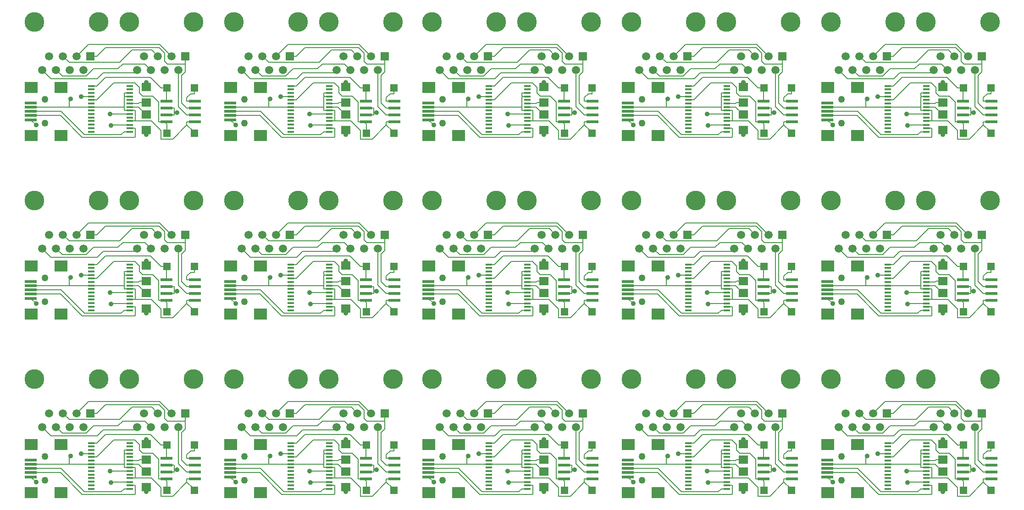
<source format=gtl>
G04 (created by PCBNEW-RS274X (2011-07-08)-stable) date Sun 14 Aug 2011 04:05:59 PM EDT*
G01*
G70*
G90*
%MOIN*%
G04 Gerber Fmt 3.4, Leading zero omitted, Abs format*
%FSLAX34Y34*%
G04 APERTURE LIST*
%ADD10C,0.006000*%
%ADD11R,0.055000X0.055000*%
%ADD12R,0.070900X0.062900*%
%ADD13R,0.091000X0.019000*%
%ADD14R,0.098000X0.079000*%
%ADD15C,0.050000*%
%ADD16R,0.050000X0.016000*%
%ADD17R,0.086600X0.023600*%
%ADD18C,0.143700*%
%ADD19R,0.059100X0.059100*%
%ADD20C,0.059100*%
%ADD21C,0.035000*%
%ADD22C,0.008000*%
G04 APERTURE END LIST*
G54D10*
G54D11*
X84900Y-55800D03*
X84900Y-52500D03*
G54D12*
X83400Y-55559D03*
X83400Y-54441D03*
G54D13*
X75015Y-53890D03*
X75015Y-53580D03*
X75015Y-54200D03*
X75015Y-54510D03*
G54D14*
X77220Y-55950D03*
X75050Y-55950D03*
X75050Y-52450D03*
X77220Y-52450D03*
G54D13*
X75015Y-54820D03*
G54D15*
X76030Y-55065D03*
X76030Y-53335D03*
G54D16*
X79400Y-52350D03*
X79400Y-52600D03*
X79400Y-52860D03*
X79400Y-53120D03*
X79400Y-53370D03*
X79400Y-53630D03*
X79400Y-53890D03*
X79400Y-54140D03*
X79400Y-54400D03*
X79400Y-54650D03*
X79400Y-54910D03*
X79400Y-55170D03*
X79400Y-55420D03*
X79400Y-55680D03*
X82200Y-55680D03*
X82200Y-55420D03*
X82200Y-55180D03*
X82200Y-54910D03*
X82200Y-54650D03*
X82200Y-54400D03*
X82200Y-54140D03*
X82200Y-53890D03*
X82200Y-53630D03*
X82200Y-53370D03*
X82200Y-53120D03*
X82200Y-52860D03*
X82200Y-52600D03*
X82200Y-52350D03*
G54D17*
X84876Y-53450D03*
X84876Y-53950D03*
X84876Y-54450D03*
X84876Y-54950D03*
X86923Y-54950D03*
X86923Y-54450D03*
X86923Y-53950D03*
X86923Y-53450D03*
G54D11*
X86900Y-55800D03*
X86900Y-52500D03*
G54D18*
X75262Y-47700D03*
X79935Y-47700D03*
G54D19*
X79350Y-50200D03*
G54D20*
X78850Y-51200D03*
X78350Y-50200D03*
X77850Y-51200D03*
X77350Y-50200D03*
X76850Y-51200D03*
X76350Y-50200D03*
X75850Y-51200D03*
G54D18*
X82162Y-47700D03*
X86835Y-47700D03*
G54D19*
X86250Y-50200D03*
G54D20*
X85750Y-51200D03*
X85250Y-50200D03*
X84750Y-51200D03*
X84250Y-50200D03*
X83750Y-51200D03*
X83250Y-50200D03*
X82750Y-51200D03*
G54D12*
X83400Y-52441D03*
X83400Y-53559D03*
G54D11*
X55900Y-55800D03*
X55900Y-52500D03*
G54D12*
X54400Y-55559D03*
X54400Y-54441D03*
G54D13*
X46015Y-53890D03*
X46015Y-53580D03*
X46015Y-54200D03*
X46015Y-54510D03*
G54D14*
X48220Y-55950D03*
X46050Y-55950D03*
X46050Y-52450D03*
X48220Y-52450D03*
G54D13*
X46015Y-54820D03*
G54D15*
X47030Y-55065D03*
X47030Y-53335D03*
G54D16*
X50400Y-52350D03*
X50400Y-52600D03*
X50400Y-52860D03*
X50400Y-53120D03*
X50400Y-53370D03*
X50400Y-53630D03*
X50400Y-53890D03*
X50400Y-54140D03*
X50400Y-54400D03*
X50400Y-54650D03*
X50400Y-54910D03*
X50400Y-55170D03*
X50400Y-55420D03*
X50400Y-55680D03*
X53200Y-55680D03*
X53200Y-55420D03*
X53200Y-55180D03*
X53200Y-54910D03*
X53200Y-54650D03*
X53200Y-54400D03*
X53200Y-54140D03*
X53200Y-53890D03*
X53200Y-53630D03*
X53200Y-53370D03*
X53200Y-53120D03*
X53200Y-52860D03*
X53200Y-52600D03*
X53200Y-52350D03*
G54D17*
X55876Y-53450D03*
X55876Y-53950D03*
X55876Y-54450D03*
X55876Y-54950D03*
X57923Y-54950D03*
X57923Y-54450D03*
X57923Y-53950D03*
X57923Y-53450D03*
G54D11*
X57900Y-55800D03*
X57900Y-52500D03*
G54D18*
X46262Y-47700D03*
X50935Y-47700D03*
G54D19*
X50350Y-50200D03*
G54D20*
X49850Y-51200D03*
X49350Y-50200D03*
X48850Y-51200D03*
X48350Y-50200D03*
X47850Y-51200D03*
X47350Y-50200D03*
X46850Y-51200D03*
G54D18*
X53162Y-47700D03*
X57835Y-47700D03*
G54D19*
X57250Y-50200D03*
G54D20*
X56750Y-51200D03*
X56250Y-50200D03*
X55750Y-51200D03*
X55250Y-50200D03*
X54750Y-51200D03*
X54250Y-50200D03*
X53750Y-51200D03*
G54D12*
X54400Y-52441D03*
X54400Y-53559D03*
X68900Y-52441D03*
X68900Y-53559D03*
G54D18*
X67662Y-47700D03*
X72335Y-47700D03*
G54D19*
X71750Y-50200D03*
G54D20*
X71250Y-51200D03*
X70750Y-50200D03*
X70250Y-51200D03*
X69750Y-50200D03*
X69250Y-51200D03*
X68750Y-50200D03*
X68250Y-51200D03*
G54D18*
X60762Y-47700D03*
X65435Y-47700D03*
G54D19*
X64850Y-50200D03*
G54D20*
X64350Y-51200D03*
X63850Y-50200D03*
X63350Y-51200D03*
X62850Y-50200D03*
X62350Y-51200D03*
X61850Y-50200D03*
X61350Y-51200D03*
G54D11*
X72400Y-52500D03*
X72400Y-55800D03*
G54D17*
X70376Y-53450D03*
X70376Y-53950D03*
X70376Y-54450D03*
X70376Y-54950D03*
X72423Y-54950D03*
X72423Y-54450D03*
X72423Y-53950D03*
X72423Y-53450D03*
G54D16*
X64900Y-52350D03*
X64900Y-52600D03*
X64900Y-52860D03*
X64900Y-53120D03*
X64900Y-53370D03*
X64900Y-53630D03*
X64900Y-53890D03*
X64900Y-54140D03*
X64900Y-54400D03*
X64900Y-54650D03*
X64900Y-54910D03*
X64900Y-55170D03*
X64900Y-55420D03*
X64900Y-55680D03*
X67700Y-55680D03*
X67700Y-55420D03*
X67700Y-55180D03*
X67700Y-54910D03*
X67700Y-54650D03*
X67700Y-54400D03*
X67700Y-54140D03*
X67700Y-53890D03*
X67700Y-53630D03*
X67700Y-53370D03*
X67700Y-53120D03*
X67700Y-52860D03*
X67700Y-52600D03*
X67700Y-52350D03*
G54D13*
X60515Y-53890D03*
X60515Y-53580D03*
X60515Y-54200D03*
X60515Y-54510D03*
G54D14*
X62720Y-55950D03*
X60550Y-55950D03*
X60550Y-52450D03*
X62720Y-52450D03*
G54D13*
X60515Y-54820D03*
G54D15*
X61530Y-55065D03*
X61530Y-53335D03*
G54D12*
X68900Y-55559D03*
X68900Y-54441D03*
G54D11*
X70400Y-52500D03*
X70400Y-55800D03*
X41500Y-55800D03*
X41500Y-52500D03*
G54D12*
X40000Y-55559D03*
X40000Y-54441D03*
G54D13*
X31615Y-53890D03*
X31615Y-53580D03*
X31615Y-54200D03*
X31615Y-54510D03*
G54D14*
X33820Y-55950D03*
X31650Y-55950D03*
X31650Y-52450D03*
X33820Y-52450D03*
G54D13*
X31615Y-54820D03*
G54D15*
X32630Y-55065D03*
X32630Y-53335D03*
G54D16*
X36000Y-52350D03*
X36000Y-52600D03*
X36000Y-52860D03*
X36000Y-53120D03*
X36000Y-53370D03*
X36000Y-53630D03*
X36000Y-53890D03*
X36000Y-54140D03*
X36000Y-54400D03*
X36000Y-54650D03*
X36000Y-54910D03*
X36000Y-55170D03*
X36000Y-55420D03*
X36000Y-55680D03*
X38800Y-55680D03*
X38800Y-55420D03*
X38800Y-55180D03*
X38800Y-54910D03*
X38800Y-54650D03*
X38800Y-54400D03*
X38800Y-54140D03*
X38800Y-53890D03*
X38800Y-53630D03*
X38800Y-53370D03*
X38800Y-53120D03*
X38800Y-52860D03*
X38800Y-52600D03*
X38800Y-52350D03*
G54D17*
X41476Y-53450D03*
X41476Y-53950D03*
X41476Y-54450D03*
X41476Y-54950D03*
X43523Y-54950D03*
X43523Y-54450D03*
X43523Y-53950D03*
X43523Y-53450D03*
G54D11*
X43500Y-55800D03*
X43500Y-52500D03*
G54D18*
X31862Y-47700D03*
X36535Y-47700D03*
G54D19*
X35950Y-50200D03*
G54D20*
X35450Y-51200D03*
X34950Y-50200D03*
X34450Y-51200D03*
X33950Y-50200D03*
X33450Y-51200D03*
X32950Y-50200D03*
X32450Y-51200D03*
G54D18*
X38762Y-47700D03*
X43435Y-47700D03*
G54D19*
X42850Y-50200D03*
G54D20*
X42350Y-51200D03*
X41850Y-50200D03*
X41350Y-51200D03*
X40850Y-50200D03*
X40350Y-51200D03*
X39850Y-50200D03*
X39350Y-51200D03*
G54D12*
X40000Y-52441D03*
X40000Y-53559D03*
X25500Y-52441D03*
X25500Y-53559D03*
G54D18*
X24262Y-47700D03*
X28935Y-47700D03*
G54D19*
X28350Y-50200D03*
G54D20*
X27850Y-51200D03*
X27350Y-50200D03*
X26850Y-51200D03*
X26350Y-50200D03*
X25850Y-51200D03*
X25350Y-50200D03*
X24850Y-51200D03*
G54D18*
X17362Y-47700D03*
X22035Y-47700D03*
G54D19*
X21450Y-50200D03*
G54D20*
X20950Y-51200D03*
X20450Y-50200D03*
X19950Y-51200D03*
X19450Y-50200D03*
X18950Y-51200D03*
X18450Y-50200D03*
X17950Y-51200D03*
G54D11*
X29000Y-52500D03*
X29000Y-55800D03*
G54D17*
X26976Y-53450D03*
X26976Y-53950D03*
X26976Y-54450D03*
X26976Y-54950D03*
X29023Y-54950D03*
X29023Y-54450D03*
X29023Y-53950D03*
X29023Y-53450D03*
G54D16*
X21500Y-52350D03*
X21500Y-52600D03*
X21500Y-52860D03*
X21500Y-53120D03*
X21500Y-53370D03*
X21500Y-53630D03*
X21500Y-53890D03*
X21500Y-54140D03*
X21500Y-54400D03*
X21500Y-54650D03*
X21500Y-54910D03*
X21500Y-55170D03*
X21500Y-55420D03*
X21500Y-55680D03*
X24300Y-55680D03*
X24300Y-55420D03*
X24300Y-55180D03*
X24300Y-54910D03*
X24300Y-54650D03*
X24300Y-54400D03*
X24300Y-54140D03*
X24300Y-53890D03*
X24300Y-53630D03*
X24300Y-53370D03*
X24300Y-53120D03*
X24300Y-52860D03*
X24300Y-52600D03*
X24300Y-52350D03*
G54D13*
X17115Y-53890D03*
X17115Y-53580D03*
X17115Y-54200D03*
X17115Y-54510D03*
G54D14*
X19320Y-55950D03*
X17150Y-55950D03*
X17150Y-52450D03*
X19320Y-52450D03*
G54D13*
X17115Y-54820D03*
G54D15*
X18130Y-55065D03*
X18130Y-53335D03*
G54D12*
X25500Y-55559D03*
X25500Y-54441D03*
G54D11*
X27000Y-52500D03*
X27000Y-55800D03*
X27000Y-42800D03*
X27000Y-39500D03*
G54D12*
X25500Y-42559D03*
X25500Y-41441D03*
G54D13*
X17115Y-40890D03*
X17115Y-40580D03*
X17115Y-41200D03*
X17115Y-41510D03*
G54D14*
X19320Y-42950D03*
X17150Y-42950D03*
X17150Y-39450D03*
X19320Y-39450D03*
G54D13*
X17115Y-41820D03*
G54D15*
X18130Y-42065D03*
X18130Y-40335D03*
G54D16*
X21500Y-39350D03*
X21500Y-39600D03*
X21500Y-39860D03*
X21500Y-40120D03*
X21500Y-40370D03*
X21500Y-40630D03*
X21500Y-40890D03*
X21500Y-41140D03*
X21500Y-41400D03*
X21500Y-41650D03*
X21500Y-41910D03*
X21500Y-42170D03*
X21500Y-42420D03*
X21500Y-42680D03*
X24300Y-42680D03*
X24300Y-42420D03*
X24300Y-42180D03*
X24300Y-41910D03*
X24300Y-41650D03*
X24300Y-41400D03*
X24300Y-41140D03*
X24300Y-40890D03*
X24300Y-40630D03*
X24300Y-40370D03*
X24300Y-40120D03*
X24300Y-39860D03*
X24300Y-39600D03*
X24300Y-39350D03*
G54D17*
X26976Y-40450D03*
X26976Y-40950D03*
X26976Y-41450D03*
X26976Y-41950D03*
X29023Y-41950D03*
X29023Y-41450D03*
X29023Y-40950D03*
X29023Y-40450D03*
G54D11*
X29000Y-42800D03*
X29000Y-39500D03*
G54D18*
X17362Y-34700D03*
X22035Y-34700D03*
G54D19*
X21450Y-37200D03*
G54D20*
X20950Y-38200D03*
X20450Y-37200D03*
X19950Y-38200D03*
X19450Y-37200D03*
X18950Y-38200D03*
X18450Y-37200D03*
X17950Y-38200D03*
G54D18*
X24262Y-34700D03*
X28935Y-34700D03*
G54D19*
X28350Y-37200D03*
G54D20*
X27850Y-38200D03*
X27350Y-37200D03*
X26850Y-38200D03*
X26350Y-37200D03*
X25850Y-38200D03*
X25350Y-37200D03*
X24850Y-38200D03*
G54D12*
X25500Y-39441D03*
X25500Y-40559D03*
X40000Y-39441D03*
X40000Y-40559D03*
G54D18*
X38762Y-34700D03*
X43435Y-34700D03*
G54D19*
X42850Y-37200D03*
G54D20*
X42350Y-38200D03*
X41850Y-37200D03*
X41350Y-38200D03*
X40850Y-37200D03*
X40350Y-38200D03*
X39850Y-37200D03*
X39350Y-38200D03*
G54D18*
X31862Y-34700D03*
X36535Y-34700D03*
G54D19*
X35950Y-37200D03*
G54D20*
X35450Y-38200D03*
X34950Y-37200D03*
X34450Y-38200D03*
X33950Y-37200D03*
X33450Y-38200D03*
X32950Y-37200D03*
X32450Y-38200D03*
G54D11*
X43500Y-39500D03*
X43500Y-42800D03*
G54D17*
X41476Y-40450D03*
X41476Y-40950D03*
X41476Y-41450D03*
X41476Y-41950D03*
X43523Y-41950D03*
X43523Y-41450D03*
X43523Y-40950D03*
X43523Y-40450D03*
G54D16*
X36000Y-39350D03*
X36000Y-39600D03*
X36000Y-39860D03*
X36000Y-40120D03*
X36000Y-40370D03*
X36000Y-40630D03*
X36000Y-40890D03*
X36000Y-41140D03*
X36000Y-41400D03*
X36000Y-41650D03*
X36000Y-41910D03*
X36000Y-42170D03*
X36000Y-42420D03*
X36000Y-42680D03*
X38800Y-42680D03*
X38800Y-42420D03*
X38800Y-42180D03*
X38800Y-41910D03*
X38800Y-41650D03*
X38800Y-41400D03*
X38800Y-41140D03*
X38800Y-40890D03*
X38800Y-40630D03*
X38800Y-40370D03*
X38800Y-40120D03*
X38800Y-39860D03*
X38800Y-39600D03*
X38800Y-39350D03*
G54D13*
X31615Y-40890D03*
X31615Y-40580D03*
X31615Y-41200D03*
X31615Y-41510D03*
G54D14*
X33820Y-42950D03*
X31650Y-42950D03*
X31650Y-39450D03*
X33820Y-39450D03*
G54D13*
X31615Y-41820D03*
G54D15*
X32630Y-42065D03*
X32630Y-40335D03*
G54D12*
X40000Y-42559D03*
X40000Y-41441D03*
G54D11*
X41500Y-39500D03*
X41500Y-42800D03*
X70400Y-42800D03*
X70400Y-39500D03*
G54D12*
X68900Y-42559D03*
X68900Y-41441D03*
G54D13*
X60515Y-40890D03*
X60515Y-40580D03*
X60515Y-41200D03*
X60515Y-41510D03*
G54D14*
X62720Y-42950D03*
X60550Y-42950D03*
X60550Y-39450D03*
X62720Y-39450D03*
G54D13*
X60515Y-41820D03*
G54D15*
X61530Y-42065D03*
X61530Y-40335D03*
G54D16*
X64900Y-39350D03*
X64900Y-39600D03*
X64900Y-39860D03*
X64900Y-40120D03*
X64900Y-40370D03*
X64900Y-40630D03*
X64900Y-40890D03*
X64900Y-41140D03*
X64900Y-41400D03*
X64900Y-41650D03*
X64900Y-41910D03*
X64900Y-42170D03*
X64900Y-42420D03*
X64900Y-42680D03*
X67700Y-42680D03*
X67700Y-42420D03*
X67700Y-42180D03*
X67700Y-41910D03*
X67700Y-41650D03*
X67700Y-41400D03*
X67700Y-41140D03*
X67700Y-40890D03*
X67700Y-40630D03*
X67700Y-40370D03*
X67700Y-40120D03*
X67700Y-39860D03*
X67700Y-39600D03*
X67700Y-39350D03*
G54D17*
X70376Y-40450D03*
X70376Y-40950D03*
X70376Y-41450D03*
X70376Y-41950D03*
X72423Y-41950D03*
X72423Y-41450D03*
X72423Y-40950D03*
X72423Y-40450D03*
G54D11*
X72400Y-42800D03*
X72400Y-39500D03*
G54D18*
X60762Y-34700D03*
X65435Y-34700D03*
G54D19*
X64850Y-37200D03*
G54D20*
X64350Y-38200D03*
X63850Y-37200D03*
X63350Y-38200D03*
X62850Y-37200D03*
X62350Y-38200D03*
X61850Y-37200D03*
X61350Y-38200D03*
G54D18*
X67662Y-34700D03*
X72335Y-34700D03*
G54D19*
X71750Y-37200D03*
G54D20*
X71250Y-38200D03*
X70750Y-37200D03*
X70250Y-38200D03*
X69750Y-37200D03*
X69250Y-38200D03*
X68750Y-37200D03*
X68250Y-38200D03*
G54D12*
X68900Y-39441D03*
X68900Y-40559D03*
X54400Y-39441D03*
X54400Y-40559D03*
G54D18*
X53162Y-34700D03*
X57835Y-34700D03*
G54D19*
X57250Y-37200D03*
G54D20*
X56750Y-38200D03*
X56250Y-37200D03*
X55750Y-38200D03*
X55250Y-37200D03*
X54750Y-38200D03*
X54250Y-37200D03*
X53750Y-38200D03*
G54D18*
X46262Y-34700D03*
X50935Y-34700D03*
G54D19*
X50350Y-37200D03*
G54D20*
X49850Y-38200D03*
X49350Y-37200D03*
X48850Y-38200D03*
X48350Y-37200D03*
X47850Y-38200D03*
X47350Y-37200D03*
X46850Y-38200D03*
G54D11*
X57900Y-39500D03*
X57900Y-42800D03*
G54D17*
X55876Y-40450D03*
X55876Y-40950D03*
X55876Y-41450D03*
X55876Y-41950D03*
X57923Y-41950D03*
X57923Y-41450D03*
X57923Y-40950D03*
X57923Y-40450D03*
G54D16*
X50400Y-39350D03*
X50400Y-39600D03*
X50400Y-39860D03*
X50400Y-40120D03*
X50400Y-40370D03*
X50400Y-40630D03*
X50400Y-40890D03*
X50400Y-41140D03*
X50400Y-41400D03*
X50400Y-41650D03*
X50400Y-41910D03*
X50400Y-42170D03*
X50400Y-42420D03*
X50400Y-42680D03*
X53200Y-42680D03*
X53200Y-42420D03*
X53200Y-42180D03*
X53200Y-41910D03*
X53200Y-41650D03*
X53200Y-41400D03*
X53200Y-41140D03*
X53200Y-40890D03*
X53200Y-40630D03*
X53200Y-40370D03*
X53200Y-40120D03*
X53200Y-39860D03*
X53200Y-39600D03*
X53200Y-39350D03*
G54D13*
X46015Y-40890D03*
X46015Y-40580D03*
X46015Y-41200D03*
X46015Y-41510D03*
G54D14*
X48220Y-42950D03*
X46050Y-42950D03*
X46050Y-39450D03*
X48220Y-39450D03*
G54D13*
X46015Y-41820D03*
G54D15*
X47030Y-42065D03*
X47030Y-40335D03*
G54D12*
X54400Y-42559D03*
X54400Y-41441D03*
G54D11*
X55900Y-39500D03*
X55900Y-42800D03*
G54D12*
X83400Y-39441D03*
X83400Y-40559D03*
G54D18*
X82162Y-34700D03*
X86835Y-34700D03*
G54D19*
X86250Y-37200D03*
G54D20*
X85750Y-38200D03*
X85250Y-37200D03*
X84750Y-38200D03*
X84250Y-37200D03*
X83750Y-38200D03*
X83250Y-37200D03*
X82750Y-38200D03*
G54D18*
X75262Y-34700D03*
X79935Y-34700D03*
G54D19*
X79350Y-37200D03*
G54D20*
X78850Y-38200D03*
X78350Y-37200D03*
X77850Y-38200D03*
X77350Y-37200D03*
X76850Y-38200D03*
X76350Y-37200D03*
X75850Y-38200D03*
G54D11*
X86900Y-39500D03*
X86900Y-42800D03*
G54D17*
X84876Y-40450D03*
X84876Y-40950D03*
X84876Y-41450D03*
X84876Y-41950D03*
X86923Y-41950D03*
X86923Y-41450D03*
X86923Y-40950D03*
X86923Y-40450D03*
G54D16*
X79400Y-39350D03*
X79400Y-39600D03*
X79400Y-39860D03*
X79400Y-40120D03*
X79400Y-40370D03*
X79400Y-40630D03*
X79400Y-40890D03*
X79400Y-41140D03*
X79400Y-41400D03*
X79400Y-41650D03*
X79400Y-41910D03*
X79400Y-42170D03*
X79400Y-42420D03*
X79400Y-42680D03*
X82200Y-42680D03*
X82200Y-42420D03*
X82200Y-42180D03*
X82200Y-41910D03*
X82200Y-41650D03*
X82200Y-41400D03*
X82200Y-41140D03*
X82200Y-40890D03*
X82200Y-40630D03*
X82200Y-40370D03*
X82200Y-40120D03*
X82200Y-39860D03*
X82200Y-39600D03*
X82200Y-39350D03*
G54D13*
X75015Y-40890D03*
X75015Y-40580D03*
X75015Y-41200D03*
X75015Y-41510D03*
G54D14*
X77220Y-42950D03*
X75050Y-42950D03*
X75050Y-39450D03*
X77220Y-39450D03*
G54D13*
X75015Y-41820D03*
G54D15*
X76030Y-42065D03*
X76030Y-40335D03*
G54D12*
X83400Y-42559D03*
X83400Y-41441D03*
G54D11*
X84900Y-39500D03*
X84900Y-42800D03*
X84900Y-29800D03*
X84900Y-26500D03*
G54D12*
X83400Y-29559D03*
X83400Y-28441D03*
G54D13*
X75015Y-27890D03*
X75015Y-27580D03*
X75015Y-28200D03*
X75015Y-28510D03*
G54D14*
X77220Y-29950D03*
X75050Y-29950D03*
X75050Y-26450D03*
X77220Y-26450D03*
G54D13*
X75015Y-28820D03*
G54D15*
X76030Y-29065D03*
X76030Y-27335D03*
G54D16*
X79400Y-26350D03*
X79400Y-26600D03*
X79400Y-26860D03*
X79400Y-27120D03*
X79400Y-27370D03*
X79400Y-27630D03*
X79400Y-27890D03*
X79400Y-28140D03*
X79400Y-28400D03*
X79400Y-28650D03*
X79400Y-28910D03*
X79400Y-29170D03*
X79400Y-29420D03*
X79400Y-29680D03*
X82200Y-29680D03*
X82200Y-29420D03*
X82200Y-29180D03*
X82200Y-28910D03*
X82200Y-28650D03*
X82200Y-28400D03*
X82200Y-28140D03*
X82200Y-27890D03*
X82200Y-27630D03*
X82200Y-27370D03*
X82200Y-27120D03*
X82200Y-26860D03*
X82200Y-26600D03*
X82200Y-26350D03*
G54D17*
X84876Y-27450D03*
X84876Y-27950D03*
X84876Y-28450D03*
X84876Y-28950D03*
X86923Y-28950D03*
X86923Y-28450D03*
X86923Y-27950D03*
X86923Y-27450D03*
G54D11*
X86900Y-29800D03*
X86900Y-26500D03*
G54D18*
X75262Y-21700D03*
X79935Y-21700D03*
G54D19*
X79350Y-24200D03*
G54D20*
X78850Y-25200D03*
X78350Y-24200D03*
X77850Y-25200D03*
X77350Y-24200D03*
X76850Y-25200D03*
X76350Y-24200D03*
X75850Y-25200D03*
G54D18*
X82162Y-21700D03*
X86835Y-21700D03*
G54D19*
X86250Y-24200D03*
G54D20*
X85750Y-25200D03*
X85250Y-24200D03*
X84750Y-25200D03*
X84250Y-24200D03*
X83750Y-25200D03*
X83250Y-24200D03*
X82750Y-25200D03*
G54D12*
X83400Y-26441D03*
X83400Y-27559D03*
G54D11*
X55900Y-29800D03*
X55900Y-26500D03*
G54D12*
X54400Y-29559D03*
X54400Y-28441D03*
G54D13*
X46015Y-27890D03*
X46015Y-27580D03*
X46015Y-28200D03*
X46015Y-28510D03*
G54D14*
X48220Y-29950D03*
X46050Y-29950D03*
X46050Y-26450D03*
X48220Y-26450D03*
G54D13*
X46015Y-28820D03*
G54D15*
X47030Y-29065D03*
X47030Y-27335D03*
G54D16*
X50400Y-26350D03*
X50400Y-26600D03*
X50400Y-26860D03*
X50400Y-27120D03*
X50400Y-27370D03*
X50400Y-27630D03*
X50400Y-27890D03*
X50400Y-28140D03*
X50400Y-28400D03*
X50400Y-28650D03*
X50400Y-28910D03*
X50400Y-29170D03*
X50400Y-29420D03*
X50400Y-29680D03*
X53200Y-29680D03*
X53200Y-29420D03*
X53200Y-29180D03*
X53200Y-28910D03*
X53200Y-28650D03*
X53200Y-28400D03*
X53200Y-28140D03*
X53200Y-27890D03*
X53200Y-27630D03*
X53200Y-27370D03*
X53200Y-27120D03*
X53200Y-26860D03*
X53200Y-26600D03*
X53200Y-26350D03*
G54D17*
X55876Y-27450D03*
X55876Y-27950D03*
X55876Y-28450D03*
X55876Y-28950D03*
X57923Y-28950D03*
X57923Y-28450D03*
X57923Y-27950D03*
X57923Y-27450D03*
G54D11*
X57900Y-29800D03*
X57900Y-26500D03*
G54D18*
X46262Y-21700D03*
X50935Y-21700D03*
G54D19*
X50350Y-24200D03*
G54D20*
X49850Y-25200D03*
X49350Y-24200D03*
X48850Y-25200D03*
X48350Y-24200D03*
X47850Y-25200D03*
X47350Y-24200D03*
X46850Y-25200D03*
G54D18*
X53162Y-21700D03*
X57835Y-21700D03*
G54D19*
X57250Y-24200D03*
G54D20*
X56750Y-25200D03*
X56250Y-24200D03*
X55750Y-25200D03*
X55250Y-24200D03*
X54750Y-25200D03*
X54250Y-24200D03*
X53750Y-25200D03*
G54D12*
X54400Y-26441D03*
X54400Y-27559D03*
X68900Y-26441D03*
X68900Y-27559D03*
G54D18*
X67662Y-21700D03*
X72335Y-21700D03*
G54D19*
X71750Y-24200D03*
G54D20*
X71250Y-25200D03*
X70750Y-24200D03*
X70250Y-25200D03*
X69750Y-24200D03*
X69250Y-25200D03*
X68750Y-24200D03*
X68250Y-25200D03*
G54D18*
X60762Y-21700D03*
X65435Y-21700D03*
G54D19*
X64850Y-24200D03*
G54D20*
X64350Y-25200D03*
X63850Y-24200D03*
X63350Y-25200D03*
X62850Y-24200D03*
X62350Y-25200D03*
X61850Y-24200D03*
X61350Y-25200D03*
G54D11*
X72400Y-26500D03*
X72400Y-29800D03*
G54D17*
X70376Y-27450D03*
X70376Y-27950D03*
X70376Y-28450D03*
X70376Y-28950D03*
X72423Y-28950D03*
X72423Y-28450D03*
X72423Y-27950D03*
X72423Y-27450D03*
G54D16*
X64900Y-26350D03*
X64900Y-26600D03*
X64900Y-26860D03*
X64900Y-27120D03*
X64900Y-27370D03*
X64900Y-27630D03*
X64900Y-27890D03*
X64900Y-28140D03*
X64900Y-28400D03*
X64900Y-28650D03*
X64900Y-28910D03*
X64900Y-29170D03*
X64900Y-29420D03*
X64900Y-29680D03*
X67700Y-29680D03*
X67700Y-29420D03*
X67700Y-29180D03*
X67700Y-28910D03*
X67700Y-28650D03*
X67700Y-28400D03*
X67700Y-28140D03*
X67700Y-27890D03*
X67700Y-27630D03*
X67700Y-27370D03*
X67700Y-27120D03*
X67700Y-26860D03*
X67700Y-26600D03*
X67700Y-26350D03*
G54D13*
X60515Y-27890D03*
X60515Y-27580D03*
X60515Y-28200D03*
X60515Y-28510D03*
G54D14*
X62720Y-29950D03*
X60550Y-29950D03*
X60550Y-26450D03*
X62720Y-26450D03*
G54D13*
X60515Y-28820D03*
G54D15*
X61530Y-29065D03*
X61530Y-27335D03*
G54D12*
X68900Y-29559D03*
X68900Y-28441D03*
G54D11*
X70400Y-26500D03*
X70400Y-29800D03*
X41500Y-29800D03*
X41500Y-26500D03*
G54D12*
X40000Y-29559D03*
X40000Y-28441D03*
G54D13*
X31615Y-27890D03*
X31615Y-27580D03*
X31615Y-28200D03*
X31615Y-28510D03*
G54D14*
X33820Y-29950D03*
X31650Y-29950D03*
X31650Y-26450D03*
X33820Y-26450D03*
G54D13*
X31615Y-28820D03*
G54D15*
X32630Y-29065D03*
X32630Y-27335D03*
G54D16*
X36000Y-26350D03*
X36000Y-26600D03*
X36000Y-26860D03*
X36000Y-27120D03*
X36000Y-27370D03*
X36000Y-27630D03*
X36000Y-27890D03*
X36000Y-28140D03*
X36000Y-28400D03*
X36000Y-28650D03*
X36000Y-28910D03*
X36000Y-29170D03*
X36000Y-29420D03*
X36000Y-29680D03*
X38800Y-29680D03*
X38800Y-29420D03*
X38800Y-29180D03*
X38800Y-28910D03*
X38800Y-28650D03*
X38800Y-28400D03*
X38800Y-28140D03*
X38800Y-27890D03*
X38800Y-27630D03*
X38800Y-27370D03*
X38800Y-27120D03*
X38800Y-26860D03*
X38800Y-26600D03*
X38800Y-26350D03*
G54D17*
X41476Y-27450D03*
X41476Y-27950D03*
X41476Y-28450D03*
X41476Y-28950D03*
X43523Y-28950D03*
X43523Y-28450D03*
X43523Y-27950D03*
X43523Y-27450D03*
G54D11*
X43500Y-29800D03*
X43500Y-26500D03*
G54D18*
X31862Y-21700D03*
X36535Y-21700D03*
G54D19*
X35950Y-24200D03*
G54D20*
X35450Y-25200D03*
X34950Y-24200D03*
X34450Y-25200D03*
X33950Y-24200D03*
X33450Y-25200D03*
X32950Y-24200D03*
X32450Y-25200D03*
G54D18*
X38762Y-21700D03*
X43435Y-21700D03*
G54D19*
X42850Y-24200D03*
G54D20*
X42350Y-25200D03*
X41850Y-24200D03*
X41350Y-25200D03*
X40850Y-24200D03*
X40350Y-25200D03*
X39850Y-24200D03*
X39350Y-25200D03*
G54D12*
X40000Y-26441D03*
X40000Y-27559D03*
X25500Y-26441D03*
X25500Y-27559D03*
G54D18*
X24262Y-21700D03*
X28935Y-21700D03*
G54D19*
X28350Y-24200D03*
G54D20*
X27850Y-25200D03*
X27350Y-24200D03*
X26850Y-25200D03*
X26350Y-24200D03*
X25850Y-25200D03*
X25350Y-24200D03*
X24850Y-25200D03*
G54D18*
X17362Y-21700D03*
X22035Y-21700D03*
G54D19*
X21450Y-24200D03*
G54D20*
X20950Y-25200D03*
X20450Y-24200D03*
X19950Y-25200D03*
X19450Y-24200D03*
X18950Y-25200D03*
X18450Y-24200D03*
X17950Y-25200D03*
G54D11*
X29000Y-26500D03*
X29000Y-29800D03*
G54D17*
X26976Y-27450D03*
X26976Y-27950D03*
X26976Y-28450D03*
X26976Y-28950D03*
X29023Y-28950D03*
X29023Y-28450D03*
X29023Y-27950D03*
X29023Y-27450D03*
G54D16*
X21500Y-26350D03*
X21500Y-26600D03*
X21500Y-26860D03*
X21500Y-27120D03*
X21500Y-27370D03*
X21500Y-27630D03*
X21500Y-27890D03*
X21500Y-28140D03*
X21500Y-28400D03*
X21500Y-28650D03*
X21500Y-28910D03*
X21500Y-29170D03*
X21500Y-29420D03*
X21500Y-29680D03*
X24300Y-29680D03*
X24300Y-29420D03*
X24300Y-29180D03*
X24300Y-28910D03*
X24300Y-28650D03*
X24300Y-28400D03*
X24300Y-28140D03*
X24300Y-27890D03*
X24300Y-27630D03*
X24300Y-27370D03*
X24300Y-27120D03*
X24300Y-26860D03*
X24300Y-26600D03*
X24300Y-26350D03*
G54D13*
X17115Y-27890D03*
X17115Y-27580D03*
X17115Y-28200D03*
X17115Y-28510D03*
G54D14*
X19320Y-29950D03*
X17150Y-29950D03*
X17150Y-26450D03*
X19320Y-26450D03*
G54D13*
X17115Y-28820D03*
G54D15*
X18130Y-29065D03*
X18130Y-27335D03*
G54D12*
X25500Y-29559D03*
X25500Y-28441D03*
G54D11*
X27000Y-26500D03*
X27000Y-29800D03*
G54D21*
X77900Y-53300D03*
X48900Y-53300D03*
X63400Y-53300D03*
X34500Y-53300D03*
X20000Y-53300D03*
X20000Y-40300D03*
X34500Y-40300D03*
X63400Y-40300D03*
X48900Y-40300D03*
X77900Y-40300D03*
X77900Y-27300D03*
X48900Y-27300D03*
X63400Y-27300D03*
X34500Y-27300D03*
X20000Y-27300D03*
X83400Y-55900D03*
X54400Y-55900D03*
X68900Y-55900D03*
X40000Y-55900D03*
X25500Y-55900D03*
X25500Y-42900D03*
X40000Y-42900D03*
X68900Y-42900D03*
X54400Y-42900D03*
X83400Y-42900D03*
X83400Y-29900D03*
X54400Y-29900D03*
X68900Y-29900D03*
X40000Y-29900D03*
X25500Y-29900D03*
X83400Y-52100D03*
X54400Y-52100D03*
X68900Y-52100D03*
X40000Y-52100D03*
X25500Y-52100D03*
X25500Y-39100D03*
X40000Y-39100D03*
X68900Y-39100D03*
X54400Y-39100D03*
X83400Y-39100D03*
X83400Y-26100D03*
X54400Y-26100D03*
X68900Y-26100D03*
X40000Y-26100D03*
X25500Y-26100D03*
X80836Y-55229D03*
X51836Y-55229D03*
X66336Y-55229D03*
X37436Y-55229D03*
X22936Y-55229D03*
X22936Y-42229D03*
X37436Y-42229D03*
X66336Y-42229D03*
X51836Y-42229D03*
X80836Y-42229D03*
X80836Y-29229D03*
X51836Y-29229D03*
X66336Y-29229D03*
X37436Y-29229D03*
X22936Y-29229D03*
X75400Y-55200D03*
X46400Y-55200D03*
X60900Y-55200D03*
X32000Y-55200D03*
X17500Y-55200D03*
X17500Y-42200D03*
X32000Y-42200D03*
X60900Y-42200D03*
X46400Y-42200D03*
X75400Y-42200D03*
X75400Y-29200D03*
X46400Y-29200D03*
X60900Y-29200D03*
X32000Y-29200D03*
X17500Y-29200D03*
X85650Y-54280D03*
X56650Y-54280D03*
X71150Y-54280D03*
X42250Y-54280D03*
X27750Y-54280D03*
X27750Y-41280D03*
X42250Y-41280D03*
X71150Y-41280D03*
X56650Y-41280D03*
X85650Y-41280D03*
X85650Y-28280D03*
X56650Y-28280D03*
X71150Y-28280D03*
X42250Y-28280D03*
X27750Y-28280D03*
X78655Y-53120D03*
X80761Y-54400D03*
X49655Y-53120D03*
X51761Y-54400D03*
X66261Y-54400D03*
X64155Y-53120D03*
X35255Y-53120D03*
X37361Y-54400D03*
X22861Y-54400D03*
X20755Y-53120D03*
X20755Y-40120D03*
X22861Y-41400D03*
X37361Y-41400D03*
X35255Y-40120D03*
X64155Y-40120D03*
X66261Y-41400D03*
X51761Y-41400D03*
X49655Y-40120D03*
X80761Y-41400D03*
X78655Y-40120D03*
X78655Y-27120D03*
X80761Y-28400D03*
X49655Y-27120D03*
X51761Y-28400D03*
X66261Y-28400D03*
X64155Y-27120D03*
X35255Y-27120D03*
X37361Y-28400D03*
X22861Y-28400D03*
X20755Y-27120D03*
G54D22*
X86347Y-55195D02*
X86347Y-54950D01*
X86900Y-55636D02*
X86788Y-55636D01*
X86788Y-55636D02*
X86347Y-55195D01*
X82593Y-54910D02*
X83787Y-54910D01*
X83787Y-54910D02*
X84463Y-55586D01*
X84463Y-55586D02*
X84463Y-56197D01*
X84463Y-56197D02*
X84485Y-56219D01*
X84485Y-56219D02*
X85323Y-56219D01*
X85323Y-56219D02*
X86347Y-55195D01*
X82397Y-54910D02*
X82593Y-54910D01*
X82200Y-54910D02*
X82397Y-54910D01*
X82200Y-54140D02*
X82593Y-54140D01*
X82593Y-54140D02*
X82593Y-54910D01*
X82004Y-54140D02*
X82200Y-54140D01*
X81807Y-53890D02*
X81807Y-53120D01*
X81807Y-54140D02*
X81807Y-53890D01*
X79400Y-53890D02*
X81807Y-53890D01*
X77800Y-53890D02*
X79400Y-53890D01*
X75015Y-53890D02*
X77800Y-53890D01*
X86923Y-54950D02*
X86347Y-54950D01*
X81866Y-53120D02*
X81807Y-53061D01*
X81807Y-53061D02*
X81807Y-52860D01*
X82004Y-53120D02*
X81866Y-53120D01*
X81866Y-53120D02*
X81807Y-53120D01*
X82200Y-52860D02*
X81807Y-52860D01*
X82200Y-53120D02*
X82004Y-53120D01*
X82004Y-54140D02*
X81807Y-54140D01*
X86900Y-55800D02*
X86900Y-55636D01*
X77800Y-53400D02*
X77900Y-53300D01*
X77800Y-53890D02*
X77800Y-53400D01*
X57347Y-55195D02*
X57347Y-54950D01*
X57900Y-55636D02*
X57788Y-55636D01*
X57788Y-55636D02*
X57347Y-55195D01*
X53593Y-54910D02*
X54787Y-54910D01*
X54787Y-54910D02*
X55463Y-55586D01*
X55463Y-55586D02*
X55463Y-56197D01*
X55463Y-56197D02*
X55485Y-56219D01*
X55485Y-56219D02*
X56323Y-56219D01*
X56323Y-56219D02*
X57347Y-55195D01*
X53397Y-54910D02*
X53593Y-54910D01*
X53200Y-54910D02*
X53397Y-54910D01*
X53200Y-54140D02*
X53593Y-54140D01*
X53593Y-54140D02*
X53593Y-54910D01*
X53004Y-54140D02*
X53200Y-54140D01*
X52807Y-53890D02*
X52807Y-53120D01*
X52807Y-54140D02*
X52807Y-53890D01*
X50400Y-53890D02*
X52807Y-53890D01*
X48800Y-53890D02*
X50400Y-53890D01*
X46015Y-53890D02*
X48800Y-53890D01*
X57923Y-54950D02*
X57347Y-54950D01*
X52866Y-53120D02*
X52807Y-53061D01*
X52807Y-53061D02*
X52807Y-52860D01*
X53004Y-53120D02*
X52866Y-53120D01*
X52866Y-53120D02*
X52807Y-53120D01*
X53200Y-52860D02*
X52807Y-52860D01*
X53200Y-53120D02*
X53004Y-53120D01*
X53004Y-54140D02*
X52807Y-54140D01*
X57900Y-55800D02*
X57900Y-55636D01*
X48800Y-53400D02*
X48900Y-53300D01*
X48800Y-53890D02*
X48800Y-53400D01*
X63300Y-53890D02*
X63300Y-53400D01*
X63300Y-53400D02*
X63400Y-53300D01*
X72400Y-55800D02*
X72400Y-55636D01*
X67504Y-54140D02*
X67307Y-54140D01*
X67700Y-53120D02*
X67504Y-53120D01*
X67700Y-52860D02*
X67307Y-52860D01*
X67366Y-53120D02*
X67307Y-53120D01*
X67504Y-53120D02*
X67366Y-53120D01*
X67307Y-53061D02*
X67307Y-52860D01*
X67366Y-53120D02*
X67307Y-53061D01*
X72423Y-54950D02*
X71847Y-54950D01*
X60515Y-53890D02*
X63300Y-53890D01*
X63300Y-53890D02*
X64900Y-53890D01*
X64900Y-53890D02*
X67307Y-53890D01*
X67307Y-54140D02*
X67307Y-53890D01*
X67307Y-53890D02*
X67307Y-53120D01*
X67504Y-54140D02*
X67700Y-54140D01*
X68093Y-54140D02*
X68093Y-54910D01*
X67700Y-54140D02*
X68093Y-54140D01*
X67700Y-54910D02*
X67897Y-54910D01*
X67897Y-54910D02*
X68093Y-54910D01*
X70823Y-56219D02*
X71847Y-55195D01*
X69985Y-56219D02*
X70823Y-56219D01*
X69963Y-56197D02*
X69985Y-56219D01*
X69963Y-55586D02*
X69963Y-56197D01*
X69287Y-54910D02*
X69963Y-55586D01*
X68093Y-54910D02*
X69287Y-54910D01*
X72288Y-55636D02*
X71847Y-55195D01*
X72400Y-55636D02*
X72288Y-55636D01*
X71847Y-55195D02*
X71847Y-54950D01*
X42947Y-55195D02*
X42947Y-54950D01*
X43500Y-55636D02*
X43388Y-55636D01*
X43388Y-55636D02*
X42947Y-55195D01*
X39193Y-54910D02*
X40387Y-54910D01*
X40387Y-54910D02*
X41063Y-55586D01*
X41063Y-55586D02*
X41063Y-56197D01*
X41063Y-56197D02*
X41085Y-56219D01*
X41085Y-56219D02*
X41923Y-56219D01*
X41923Y-56219D02*
X42947Y-55195D01*
X38997Y-54910D02*
X39193Y-54910D01*
X38800Y-54910D02*
X38997Y-54910D01*
X38800Y-54140D02*
X39193Y-54140D01*
X39193Y-54140D02*
X39193Y-54910D01*
X38604Y-54140D02*
X38800Y-54140D01*
X38407Y-53890D02*
X38407Y-53120D01*
X38407Y-54140D02*
X38407Y-53890D01*
X36000Y-53890D02*
X38407Y-53890D01*
X34400Y-53890D02*
X36000Y-53890D01*
X31615Y-53890D02*
X34400Y-53890D01*
X43523Y-54950D02*
X42947Y-54950D01*
X38466Y-53120D02*
X38407Y-53061D01*
X38407Y-53061D02*
X38407Y-52860D01*
X38604Y-53120D02*
X38466Y-53120D01*
X38466Y-53120D02*
X38407Y-53120D01*
X38800Y-52860D02*
X38407Y-52860D01*
X38800Y-53120D02*
X38604Y-53120D01*
X38604Y-54140D02*
X38407Y-54140D01*
X43500Y-55800D02*
X43500Y-55636D01*
X34400Y-53400D02*
X34500Y-53300D01*
X34400Y-53890D02*
X34400Y-53400D01*
X19900Y-53890D02*
X19900Y-53400D01*
X19900Y-53400D02*
X20000Y-53300D01*
X29000Y-55800D02*
X29000Y-55636D01*
X24104Y-54140D02*
X23907Y-54140D01*
X24300Y-53120D02*
X24104Y-53120D01*
X24300Y-52860D02*
X23907Y-52860D01*
X23966Y-53120D02*
X23907Y-53120D01*
X24104Y-53120D02*
X23966Y-53120D01*
X23907Y-53061D02*
X23907Y-52860D01*
X23966Y-53120D02*
X23907Y-53061D01*
X29023Y-54950D02*
X28447Y-54950D01*
X17115Y-53890D02*
X19900Y-53890D01*
X19900Y-53890D02*
X21500Y-53890D01*
X21500Y-53890D02*
X23907Y-53890D01*
X23907Y-54140D02*
X23907Y-53890D01*
X23907Y-53890D02*
X23907Y-53120D01*
X24104Y-54140D02*
X24300Y-54140D01*
X24693Y-54140D02*
X24693Y-54910D01*
X24300Y-54140D02*
X24693Y-54140D01*
X24300Y-54910D02*
X24497Y-54910D01*
X24497Y-54910D02*
X24693Y-54910D01*
X27423Y-56219D02*
X28447Y-55195D01*
X26585Y-56219D02*
X27423Y-56219D01*
X26563Y-56197D02*
X26585Y-56219D01*
X26563Y-55586D02*
X26563Y-56197D01*
X25887Y-54910D02*
X26563Y-55586D01*
X24693Y-54910D02*
X25887Y-54910D01*
X28888Y-55636D02*
X28447Y-55195D01*
X29000Y-55636D02*
X28888Y-55636D01*
X28447Y-55195D02*
X28447Y-54950D01*
X28447Y-42195D02*
X28447Y-41950D01*
X29000Y-42636D02*
X28888Y-42636D01*
X28888Y-42636D02*
X28447Y-42195D01*
X24693Y-41910D02*
X25887Y-41910D01*
X25887Y-41910D02*
X26563Y-42586D01*
X26563Y-42586D02*
X26563Y-43197D01*
X26563Y-43197D02*
X26585Y-43219D01*
X26585Y-43219D02*
X27423Y-43219D01*
X27423Y-43219D02*
X28447Y-42195D01*
X24497Y-41910D02*
X24693Y-41910D01*
X24300Y-41910D02*
X24497Y-41910D01*
X24300Y-41140D02*
X24693Y-41140D01*
X24693Y-41140D02*
X24693Y-41910D01*
X24104Y-41140D02*
X24300Y-41140D01*
X23907Y-40890D02*
X23907Y-40120D01*
X23907Y-41140D02*
X23907Y-40890D01*
X21500Y-40890D02*
X23907Y-40890D01*
X19900Y-40890D02*
X21500Y-40890D01*
X17115Y-40890D02*
X19900Y-40890D01*
X29023Y-41950D02*
X28447Y-41950D01*
X23966Y-40120D02*
X23907Y-40061D01*
X23907Y-40061D02*
X23907Y-39860D01*
X24104Y-40120D02*
X23966Y-40120D01*
X23966Y-40120D02*
X23907Y-40120D01*
X24300Y-39860D02*
X23907Y-39860D01*
X24300Y-40120D02*
X24104Y-40120D01*
X24104Y-41140D02*
X23907Y-41140D01*
X29000Y-42800D02*
X29000Y-42636D01*
X19900Y-40400D02*
X20000Y-40300D01*
X19900Y-40890D02*
X19900Y-40400D01*
X34400Y-40890D02*
X34400Y-40400D01*
X34400Y-40400D02*
X34500Y-40300D01*
X43500Y-42800D02*
X43500Y-42636D01*
X38604Y-41140D02*
X38407Y-41140D01*
X38800Y-40120D02*
X38604Y-40120D01*
X38800Y-39860D02*
X38407Y-39860D01*
X38466Y-40120D02*
X38407Y-40120D01*
X38604Y-40120D02*
X38466Y-40120D01*
X38407Y-40061D02*
X38407Y-39860D01*
X38466Y-40120D02*
X38407Y-40061D01*
X43523Y-41950D02*
X42947Y-41950D01*
X31615Y-40890D02*
X34400Y-40890D01*
X34400Y-40890D02*
X36000Y-40890D01*
X36000Y-40890D02*
X38407Y-40890D01*
X38407Y-41140D02*
X38407Y-40890D01*
X38407Y-40890D02*
X38407Y-40120D01*
X38604Y-41140D02*
X38800Y-41140D01*
X39193Y-41140D02*
X39193Y-41910D01*
X38800Y-41140D02*
X39193Y-41140D01*
X38800Y-41910D02*
X38997Y-41910D01*
X38997Y-41910D02*
X39193Y-41910D01*
X41923Y-43219D02*
X42947Y-42195D01*
X41085Y-43219D02*
X41923Y-43219D01*
X41063Y-43197D02*
X41085Y-43219D01*
X41063Y-42586D02*
X41063Y-43197D01*
X40387Y-41910D02*
X41063Y-42586D01*
X39193Y-41910D02*
X40387Y-41910D01*
X43388Y-42636D02*
X42947Y-42195D01*
X43500Y-42636D02*
X43388Y-42636D01*
X42947Y-42195D02*
X42947Y-41950D01*
X71847Y-42195D02*
X71847Y-41950D01*
X72400Y-42636D02*
X72288Y-42636D01*
X72288Y-42636D02*
X71847Y-42195D01*
X68093Y-41910D02*
X69287Y-41910D01*
X69287Y-41910D02*
X69963Y-42586D01*
X69963Y-42586D02*
X69963Y-43197D01*
X69963Y-43197D02*
X69985Y-43219D01*
X69985Y-43219D02*
X70823Y-43219D01*
X70823Y-43219D02*
X71847Y-42195D01*
X67897Y-41910D02*
X68093Y-41910D01*
X67700Y-41910D02*
X67897Y-41910D01*
X67700Y-41140D02*
X68093Y-41140D01*
X68093Y-41140D02*
X68093Y-41910D01*
X67504Y-41140D02*
X67700Y-41140D01*
X67307Y-40890D02*
X67307Y-40120D01*
X67307Y-41140D02*
X67307Y-40890D01*
X64900Y-40890D02*
X67307Y-40890D01*
X63300Y-40890D02*
X64900Y-40890D01*
X60515Y-40890D02*
X63300Y-40890D01*
X72423Y-41950D02*
X71847Y-41950D01*
X67366Y-40120D02*
X67307Y-40061D01*
X67307Y-40061D02*
X67307Y-39860D01*
X67504Y-40120D02*
X67366Y-40120D01*
X67366Y-40120D02*
X67307Y-40120D01*
X67700Y-39860D02*
X67307Y-39860D01*
X67700Y-40120D02*
X67504Y-40120D01*
X67504Y-41140D02*
X67307Y-41140D01*
X72400Y-42800D02*
X72400Y-42636D01*
X63300Y-40400D02*
X63400Y-40300D01*
X63300Y-40890D02*
X63300Y-40400D01*
X48800Y-40890D02*
X48800Y-40400D01*
X48800Y-40400D02*
X48900Y-40300D01*
X57900Y-42800D02*
X57900Y-42636D01*
X53004Y-41140D02*
X52807Y-41140D01*
X53200Y-40120D02*
X53004Y-40120D01*
X53200Y-39860D02*
X52807Y-39860D01*
X52866Y-40120D02*
X52807Y-40120D01*
X53004Y-40120D02*
X52866Y-40120D01*
X52807Y-40061D02*
X52807Y-39860D01*
X52866Y-40120D02*
X52807Y-40061D01*
X57923Y-41950D02*
X57347Y-41950D01*
X46015Y-40890D02*
X48800Y-40890D01*
X48800Y-40890D02*
X50400Y-40890D01*
X50400Y-40890D02*
X52807Y-40890D01*
X52807Y-41140D02*
X52807Y-40890D01*
X52807Y-40890D02*
X52807Y-40120D01*
X53004Y-41140D02*
X53200Y-41140D01*
X53593Y-41140D02*
X53593Y-41910D01*
X53200Y-41140D02*
X53593Y-41140D01*
X53200Y-41910D02*
X53397Y-41910D01*
X53397Y-41910D02*
X53593Y-41910D01*
X56323Y-43219D02*
X57347Y-42195D01*
X55485Y-43219D02*
X56323Y-43219D01*
X55463Y-43197D02*
X55485Y-43219D01*
X55463Y-42586D02*
X55463Y-43197D01*
X54787Y-41910D02*
X55463Y-42586D01*
X53593Y-41910D02*
X54787Y-41910D01*
X57788Y-42636D02*
X57347Y-42195D01*
X57900Y-42636D02*
X57788Y-42636D01*
X57347Y-42195D02*
X57347Y-41950D01*
X77800Y-40890D02*
X77800Y-40400D01*
X77800Y-40400D02*
X77900Y-40300D01*
X86900Y-42800D02*
X86900Y-42636D01*
X82004Y-41140D02*
X81807Y-41140D01*
X82200Y-40120D02*
X82004Y-40120D01*
X82200Y-39860D02*
X81807Y-39860D01*
X81866Y-40120D02*
X81807Y-40120D01*
X82004Y-40120D02*
X81866Y-40120D01*
X81807Y-40061D02*
X81807Y-39860D01*
X81866Y-40120D02*
X81807Y-40061D01*
X86923Y-41950D02*
X86347Y-41950D01*
X75015Y-40890D02*
X77800Y-40890D01*
X77800Y-40890D02*
X79400Y-40890D01*
X79400Y-40890D02*
X81807Y-40890D01*
X81807Y-41140D02*
X81807Y-40890D01*
X81807Y-40890D02*
X81807Y-40120D01*
X82004Y-41140D02*
X82200Y-41140D01*
X82593Y-41140D02*
X82593Y-41910D01*
X82200Y-41140D02*
X82593Y-41140D01*
X82200Y-41910D02*
X82397Y-41910D01*
X82397Y-41910D02*
X82593Y-41910D01*
X85323Y-43219D02*
X86347Y-42195D01*
X84485Y-43219D02*
X85323Y-43219D01*
X84463Y-43197D02*
X84485Y-43219D01*
X84463Y-42586D02*
X84463Y-43197D01*
X83787Y-41910D02*
X84463Y-42586D01*
X82593Y-41910D02*
X83787Y-41910D01*
X86788Y-42636D02*
X86347Y-42195D01*
X86900Y-42636D02*
X86788Y-42636D01*
X86347Y-42195D02*
X86347Y-41950D01*
X86347Y-29195D02*
X86347Y-28950D01*
X86900Y-29636D02*
X86788Y-29636D01*
X86788Y-29636D02*
X86347Y-29195D01*
X82593Y-28910D02*
X83787Y-28910D01*
X83787Y-28910D02*
X84463Y-29586D01*
X84463Y-29586D02*
X84463Y-30197D01*
X84463Y-30197D02*
X84485Y-30219D01*
X84485Y-30219D02*
X85323Y-30219D01*
X85323Y-30219D02*
X86347Y-29195D01*
X82397Y-28910D02*
X82593Y-28910D01*
X82200Y-28910D02*
X82397Y-28910D01*
X82200Y-28140D02*
X82593Y-28140D01*
X82593Y-28140D02*
X82593Y-28910D01*
X82004Y-28140D02*
X82200Y-28140D01*
X81807Y-27890D02*
X81807Y-27120D01*
X81807Y-28140D02*
X81807Y-27890D01*
X79400Y-27890D02*
X81807Y-27890D01*
X77800Y-27890D02*
X79400Y-27890D01*
X75015Y-27890D02*
X77800Y-27890D01*
X86923Y-28950D02*
X86347Y-28950D01*
X81866Y-27120D02*
X81807Y-27061D01*
X81807Y-27061D02*
X81807Y-26860D01*
X82004Y-27120D02*
X81866Y-27120D01*
X81866Y-27120D02*
X81807Y-27120D01*
X82200Y-26860D02*
X81807Y-26860D01*
X82200Y-27120D02*
X82004Y-27120D01*
X82004Y-28140D02*
X81807Y-28140D01*
X86900Y-29800D02*
X86900Y-29636D01*
X77800Y-27400D02*
X77900Y-27300D01*
X77800Y-27890D02*
X77800Y-27400D01*
X57347Y-29195D02*
X57347Y-28950D01*
X57900Y-29636D02*
X57788Y-29636D01*
X57788Y-29636D02*
X57347Y-29195D01*
X53593Y-28910D02*
X54787Y-28910D01*
X54787Y-28910D02*
X55463Y-29586D01*
X55463Y-29586D02*
X55463Y-30197D01*
X55463Y-30197D02*
X55485Y-30219D01*
X55485Y-30219D02*
X56323Y-30219D01*
X56323Y-30219D02*
X57347Y-29195D01*
X53397Y-28910D02*
X53593Y-28910D01*
X53200Y-28910D02*
X53397Y-28910D01*
X53200Y-28140D02*
X53593Y-28140D01*
X53593Y-28140D02*
X53593Y-28910D01*
X53004Y-28140D02*
X53200Y-28140D01*
X52807Y-27890D02*
X52807Y-27120D01*
X52807Y-28140D02*
X52807Y-27890D01*
X50400Y-27890D02*
X52807Y-27890D01*
X48800Y-27890D02*
X50400Y-27890D01*
X46015Y-27890D02*
X48800Y-27890D01*
X57923Y-28950D02*
X57347Y-28950D01*
X52866Y-27120D02*
X52807Y-27061D01*
X52807Y-27061D02*
X52807Y-26860D01*
X53004Y-27120D02*
X52866Y-27120D01*
X52866Y-27120D02*
X52807Y-27120D01*
X53200Y-26860D02*
X52807Y-26860D01*
X53200Y-27120D02*
X53004Y-27120D01*
X53004Y-28140D02*
X52807Y-28140D01*
X57900Y-29800D02*
X57900Y-29636D01*
X48800Y-27400D02*
X48900Y-27300D01*
X48800Y-27890D02*
X48800Y-27400D01*
X63300Y-27890D02*
X63300Y-27400D01*
X63300Y-27400D02*
X63400Y-27300D01*
X72400Y-29800D02*
X72400Y-29636D01*
X67504Y-28140D02*
X67307Y-28140D01*
X67700Y-27120D02*
X67504Y-27120D01*
X67700Y-26860D02*
X67307Y-26860D01*
X67366Y-27120D02*
X67307Y-27120D01*
X67504Y-27120D02*
X67366Y-27120D01*
X67307Y-27061D02*
X67307Y-26860D01*
X67366Y-27120D02*
X67307Y-27061D01*
X72423Y-28950D02*
X71847Y-28950D01*
X60515Y-27890D02*
X63300Y-27890D01*
X63300Y-27890D02*
X64900Y-27890D01*
X64900Y-27890D02*
X67307Y-27890D01*
X67307Y-28140D02*
X67307Y-27890D01*
X67307Y-27890D02*
X67307Y-27120D01*
X67504Y-28140D02*
X67700Y-28140D01*
X68093Y-28140D02*
X68093Y-28910D01*
X67700Y-28140D02*
X68093Y-28140D01*
X67700Y-28910D02*
X67897Y-28910D01*
X67897Y-28910D02*
X68093Y-28910D01*
X70823Y-30219D02*
X71847Y-29195D01*
X69985Y-30219D02*
X70823Y-30219D01*
X69963Y-30197D02*
X69985Y-30219D01*
X69963Y-29586D02*
X69963Y-30197D01*
X69287Y-28910D02*
X69963Y-29586D01*
X68093Y-28910D02*
X69287Y-28910D01*
X72288Y-29636D02*
X71847Y-29195D01*
X72400Y-29636D02*
X72288Y-29636D01*
X71847Y-29195D02*
X71847Y-28950D01*
X42947Y-29195D02*
X42947Y-28950D01*
X43500Y-29636D02*
X43388Y-29636D01*
X43388Y-29636D02*
X42947Y-29195D01*
X39193Y-28910D02*
X40387Y-28910D01*
X40387Y-28910D02*
X41063Y-29586D01*
X41063Y-29586D02*
X41063Y-30197D01*
X41063Y-30197D02*
X41085Y-30219D01*
X41085Y-30219D02*
X41923Y-30219D01*
X41923Y-30219D02*
X42947Y-29195D01*
X38997Y-28910D02*
X39193Y-28910D01*
X38800Y-28910D02*
X38997Y-28910D01*
X38800Y-28140D02*
X39193Y-28140D01*
X39193Y-28140D02*
X39193Y-28910D01*
X38604Y-28140D02*
X38800Y-28140D01*
X38407Y-27890D02*
X38407Y-27120D01*
X38407Y-28140D02*
X38407Y-27890D01*
X36000Y-27890D02*
X38407Y-27890D01*
X34400Y-27890D02*
X36000Y-27890D01*
X31615Y-27890D02*
X34400Y-27890D01*
X43523Y-28950D02*
X42947Y-28950D01*
X38466Y-27120D02*
X38407Y-27061D01*
X38407Y-27061D02*
X38407Y-26860D01*
X38604Y-27120D02*
X38466Y-27120D01*
X38466Y-27120D02*
X38407Y-27120D01*
X38800Y-26860D02*
X38407Y-26860D01*
X38800Y-27120D02*
X38604Y-27120D01*
X38604Y-28140D02*
X38407Y-28140D01*
X43500Y-29800D02*
X43500Y-29636D01*
X34400Y-27400D02*
X34500Y-27300D01*
X34400Y-27890D02*
X34400Y-27400D01*
X19900Y-27890D02*
X19900Y-27400D01*
X19900Y-27400D02*
X20000Y-27300D01*
X29000Y-29800D02*
X29000Y-29636D01*
X24104Y-28140D02*
X23907Y-28140D01*
X24300Y-27120D02*
X24104Y-27120D01*
X24300Y-26860D02*
X23907Y-26860D01*
X23966Y-27120D02*
X23907Y-27120D01*
X24104Y-27120D02*
X23966Y-27120D01*
X23907Y-27061D02*
X23907Y-26860D01*
X23966Y-27120D02*
X23907Y-27061D01*
X29023Y-28950D02*
X28447Y-28950D01*
X17115Y-27890D02*
X19900Y-27890D01*
X19900Y-27890D02*
X21500Y-27890D01*
X21500Y-27890D02*
X23907Y-27890D01*
X23907Y-28140D02*
X23907Y-27890D01*
X23907Y-27890D02*
X23907Y-27120D01*
X24104Y-28140D02*
X24300Y-28140D01*
X24693Y-28140D02*
X24693Y-28910D01*
X24300Y-28140D02*
X24693Y-28140D01*
X24300Y-28910D02*
X24497Y-28910D01*
X24497Y-28910D02*
X24693Y-28910D01*
X27423Y-30219D02*
X28447Y-29195D01*
X26585Y-30219D02*
X27423Y-30219D01*
X26563Y-30197D02*
X26585Y-30219D01*
X26563Y-29586D02*
X26563Y-30197D01*
X25887Y-28910D02*
X26563Y-29586D01*
X24693Y-28910D02*
X25887Y-28910D01*
X28888Y-29636D02*
X28447Y-29195D01*
X29000Y-29636D02*
X28888Y-29636D01*
X28447Y-29195D02*
X28447Y-28950D01*
X86923Y-53950D02*
X86347Y-53950D01*
X86347Y-53950D02*
X85983Y-53586D01*
X85983Y-53586D02*
X85983Y-51592D01*
X85983Y-51592D02*
X86250Y-51325D01*
X86250Y-51325D02*
X86250Y-50760D01*
X86250Y-50760D02*
X86250Y-50200D01*
X79788Y-50200D02*
X80428Y-49560D01*
X80428Y-49560D02*
X84349Y-49560D01*
X84349Y-49560D02*
X84750Y-49961D01*
X84750Y-49961D02*
X84750Y-50577D01*
X84750Y-50577D02*
X84933Y-50760D01*
X84933Y-50760D02*
X86250Y-50760D01*
X79350Y-50200D02*
X79788Y-50200D01*
X57923Y-53950D02*
X57347Y-53950D01*
X57347Y-53950D02*
X56983Y-53586D01*
X56983Y-53586D02*
X56983Y-51592D01*
X56983Y-51592D02*
X57250Y-51325D01*
X57250Y-51325D02*
X57250Y-50760D01*
X57250Y-50760D02*
X57250Y-50200D01*
X50788Y-50200D02*
X51428Y-49560D01*
X51428Y-49560D02*
X55349Y-49560D01*
X55349Y-49560D02*
X55750Y-49961D01*
X55750Y-49961D02*
X55750Y-50577D01*
X55750Y-50577D02*
X55933Y-50760D01*
X55933Y-50760D02*
X57250Y-50760D01*
X50350Y-50200D02*
X50788Y-50200D01*
X64850Y-50200D02*
X65288Y-50200D01*
X70433Y-50760D02*
X71750Y-50760D01*
X70250Y-50577D02*
X70433Y-50760D01*
X70250Y-49961D02*
X70250Y-50577D01*
X69849Y-49560D02*
X70250Y-49961D01*
X65928Y-49560D02*
X69849Y-49560D01*
X65288Y-50200D02*
X65928Y-49560D01*
X71750Y-50760D02*
X71750Y-50200D01*
X71750Y-51325D02*
X71750Y-50760D01*
X71483Y-51592D02*
X71750Y-51325D01*
X71483Y-53586D02*
X71483Y-51592D01*
X71847Y-53950D02*
X71483Y-53586D01*
X72423Y-53950D02*
X71847Y-53950D01*
X43523Y-53950D02*
X42947Y-53950D01*
X42947Y-53950D02*
X42583Y-53586D01*
X42583Y-53586D02*
X42583Y-51592D01*
X42583Y-51592D02*
X42850Y-51325D01*
X42850Y-51325D02*
X42850Y-50760D01*
X42850Y-50760D02*
X42850Y-50200D01*
X36388Y-50200D02*
X37028Y-49560D01*
X37028Y-49560D02*
X40949Y-49560D01*
X40949Y-49560D02*
X41350Y-49961D01*
X41350Y-49961D02*
X41350Y-50577D01*
X41350Y-50577D02*
X41533Y-50760D01*
X41533Y-50760D02*
X42850Y-50760D01*
X35950Y-50200D02*
X36388Y-50200D01*
X21450Y-50200D02*
X21888Y-50200D01*
X27033Y-50760D02*
X28350Y-50760D01*
X26850Y-50577D02*
X27033Y-50760D01*
X26850Y-49961D02*
X26850Y-50577D01*
X26449Y-49560D02*
X26850Y-49961D01*
X22528Y-49560D02*
X26449Y-49560D01*
X21888Y-50200D02*
X22528Y-49560D01*
X28350Y-50760D02*
X28350Y-50200D01*
X28350Y-51325D02*
X28350Y-50760D01*
X28083Y-51592D02*
X28350Y-51325D01*
X28083Y-53586D02*
X28083Y-51592D01*
X28447Y-53950D02*
X28083Y-53586D01*
X29023Y-53950D02*
X28447Y-53950D01*
X29023Y-40950D02*
X28447Y-40950D01*
X28447Y-40950D02*
X28083Y-40586D01*
X28083Y-40586D02*
X28083Y-38592D01*
X28083Y-38592D02*
X28350Y-38325D01*
X28350Y-38325D02*
X28350Y-37760D01*
X28350Y-37760D02*
X28350Y-37200D01*
X21888Y-37200D02*
X22528Y-36560D01*
X22528Y-36560D02*
X26449Y-36560D01*
X26449Y-36560D02*
X26850Y-36961D01*
X26850Y-36961D02*
X26850Y-37577D01*
X26850Y-37577D02*
X27033Y-37760D01*
X27033Y-37760D02*
X28350Y-37760D01*
X21450Y-37200D02*
X21888Y-37200D01*
X35950Y-37200D02*
X36388Y-37200D01*
X41533Y-37760D02*
X42850Y-37760D01*
X41350Y-37577D02*
X41533Y-37760D01*
X41350Y-36961D02*
X41350Y-37577D01*
X40949Y-36560D02*
X41350Y-36961D01*
X37028Y-36560D02*
X40949Y-36560D01*
X36388Y-37200D02*
X37028Y-36560D01*
X42850Y-37760D02*
X42850Y-37200D01*
X42850Y-38325D02*
X42850Y-37760D01*
X42583Y-38592D02*
X42850Y-38325D01*
X42583Y-40586D02*
X42583Y-38592D01*
X42947Y-40950D02*
X42583Y-40586D01*
X43523Y-40950D02*
X42947Y-40950D01*
X72423Y-40950D02*
X71847Y-40950D01*
X71847Y-40950D02*
X71483Y-40586D01*
X71483Y-40586D02*
X71483Y-38592D01*
X71483Y-38592D02*
X71750Y-38325D01*
X71750Y-38325D02*
X71750Y-37760D01*
X71750Y-37760D02*
X71750Y-37200D01*
X65288Y-37200D02*
X65928Y-36560D01*
X65928Y-36560D02*
X69849Y-36560D01*
X69849Y-36560D02*
X70250Y-36961D01*
X70250Y-36961D02*
X70250Y-37577D01*
X70250Y-37577D02*
X70433Y-37760D01*
X70433Y-37760D02*
X71750Y-37760D01*
X64850Y-37200D02*
X65288Y-37200D01*
X50350Y-37200D02*
X50788Y-37200D01*
X55933Y-37760D02*
X57250Y-37760D01*
X55750Y-37577D02*
X55933Y-37760D01*
X55750Y-36961D02*
X55750Y-37577D01*
X55349Y-36560D02*
X55750Y-36961D01*
X51428Y-36560D02*
X55349Y-36560D01*
X50788Y-37200D02*
X51428Y-36560D01*
X57250Y-37760D02*
X57250Y-37200D01*
X57250Y-38325D02*
X57250Y-37760D01*
X56983Y-38592D02*
X57250Y-38325D01*
X56983Y-40586D02*
X56983Y-38592D01*
X57347Y-40950D02*
X56983Y-40586D01*
X57923Y-40950D02*
X57347Y-40950D01*
X79350Y-37200D02*
X79788Y-37200D01*
X84933Y-37760D02*
X86250Y-37760D01*
X84750Y-37577D02*
X84933Y-37760D01*
X84750Y-36961D02*
X84750Y-37577D01*
X84349Y-36560D02*
X84750Y-36961D01*
X80428Y-36560D02*
X84349Y-36560D01*
X79788Y-37200D02*
X80428Y-36560D01*
X86250Y-37760D02*
X86250Y-37200D01*
X86250Y-38325D02*
X86250Y-37760D01*
X85983Y-38592D02*
X86250Y-38325D01*
X85983Y-40586D02*
X85983Y-38592D01*
X86347Y-40950D02*
X85983Y-40586D01*
X86923Y-40950D02*
X86347Y-40950D01*
X86923Y-27950D02*
X86347Y-27950D01*
X86347Y-27950D02*
X85983Y-27586D01*
X85983Y-27586D02*
X85983Y-25592D01*
X85983Y-25592D02*
X86250Y-25325D01*
X86250Y-25325D02*
X86250Y-24760D01*
X86250Y-24760D02*
X86250Y-24200D01*
X79788Y-24200D02*
X80428Y-23560D01*
X80428Y-23560D02*
X84349Y-23560D01*
X84349Y-23560D02*
X84750Y-23961D01*
X84750Y-23961D02*
X84750Y-24577D01*
X84750Y-24577D02*
X84933Y-24760D01*
X84933Y-24760D02*
X86250Y-24760D01*
X79350Y-24200D02*
X79788Y-24200D01*
X57923Y-27950D02*
X57347Y-27950D01*
X57347Y-27950D02*
X56983Y-27586D01*
X56983Y-27586D02*
X56983Y-25592D01*
X56983Y-25592D02*
X57250Y-25325D01*
X57250Y-25325D02*
X57250Y-24760D01*
X57250Y-24760D02*
X57250Y-24200D01*
X50788Y-24200D02*
X51428Y-23560D01*
X51428Y-23560D02*
X55349Y-23560D01*
X55349Y-23560D02*
X55750Y-23961D01*
X55750Y-23961D02*
X55750Y-24577D01*
X55750Y-24577D02*
X55933Y-24760D01*
X55933Y-24760D02*
X57250Y-24760D01*
X50350Y-24200D02*
X50788Y-24200D01*
X64850Y-24200D02*
X65288Y-24200D01*
X70433Y-24760D02*
X71750Y-24760D01*
X70250Y-24577D02*
X70433Y-24760D01*
X70250Y-23961D02*
X70250Y-24577D01*
X69849Y-23560D02*
X70250Y-23961D01*
X65928Y-23560D02*
X69849Y-23560D01*
X65288Y-24200D02*
X65928Y-23560D01*
X71750Y-24760D02*
X71750Y-24200D01*
X71750Y-25325D02*
X71750Y-24760D01*
X71483Y-25592D02*
X71750Y-25325D01*
X71483Y-27586D02*
X71483Y-25592D01*
X71847Y-27950D02*
X71483Y-27586D01*
X72423Y-27950D02*
X71847Y-27950D01*
X43523Y-27950D02*
X42947Y-27950D01*
X42947Y-27950D02*
X42583Y-27586D01*
X42583Y-27586D02*
X42583Y-25592D01*
X42583Y-25592D02*
X42850Y-25325D01*
X42850Y-25325D02*
X42850Y-24760D01*
X42850Y-24760D02*
X42850Y-24200D01*
X36388Y-24200D02*
X37028Y-23560D01*
X37028Y-23560D02*
X40949Y-23560D01*
X40949Y-23560D02*
X41350Y-23961D01*
X41350Y-23961D02*
X41350Y-24577D01*
X41350Y-24577D02*
X41533Y-24760D01*
X41533Y-24760D02*
X42850Y-24760D01*
X35950Y-24200D02*
X36388Y-24200D01*
X21450Y-24200D02*
X21888Y-24200D01*
X27033Y-24760D02*
X28350Y-24760D01*
X26850Y-24577D02*
X27033Y-24760D01*
X26850Y-23961D02*
X26850Y-24577D01*
X26449Y-23560D02*
X26850Y-23961D01*
X22528Y-23560D02*
X26449Y-23560D01*
X21888Y-24200D02*
X22528Y-23560D01*
X28350Y-24760D02*
X28350Y-24200D01*
X28350Y-25325D02*
X28350Y-24760D01*
X28083Y-25592D02*
X28350Y-25325D01*
X28083Y-27586D02*
X28083Y-25592D01*
X28447Y-27950D02*
X28083Y-27586D01*
X29023Y-27950D02*
X28447Y-27950D01*
X85250Y-50200D02*
X84382Y-49332D01*
X84382Y-49332D02*
X79218Y-49332D01*
X79218Y-49332D02*
X78350Y-50200D01*
X56250Y-50200D02*
X55382Y-49332D01*
X55382Y-49332D02*
X50218Y-49332D01*
X50218Y-49332D02*
X49350Y-50200D01*
X64718Y-49332D02*
X63850Y-50200D01*
X69882Y-49332D02*
X64718Y-49332D01*
X70750Y-50200D02*
X69882Y-49332D01*
X41850Y-50200D02*
X40982Y-49332D01*
X40982Y-49332D02*
X35818Y-49332D01*
X35818Y-49332D02*
X34950Y-50200D01*
X21318Y-49332D02*
X20450Y-50200D01*
X26482Y-49332D02*
X21318Y-49332D01*
X27350Y-50200D02*
X26482Y-49332D01*
X27350Y-37200D02*
X26482Y-36332D01*
X26482Y-36332D02*
X21318Y-36332D01*
X21318Y-36332D02*
X20450Y-37200D01*
X35818Y-36332D02*
X34950Y-37200D01*
X40982Y-36332D02*
X35818Y-36332D01*
X41850Y-37200D02*
X40982Y-36332D01*
X70750Y-37200D02*
X69882Y-36332D01*
X69882Y-36332D02*
X64718Y-36332D01*
X64718Y-36332D02*
X63850Y-37200D01*
X50218Y-36332D02*
X49350Y-37200D01*
X55382Y-36332D02*
X50218Y-36332D01*
X56250Y-37200D02*
X55382Y-36332D01*
X79218Y-36332D02*
X78350Y-37200D01*
X84382Y-36332D02*
X79218Y-36332D01*
X85250Y-37200D02*
X84382Y-36332D01*
X85250Y-24200D02*
X84382Y-23332D01*
X84382Y-23332D02*
X79218Y-23332D01*
X79218Y-23332D02*
X78350Y-24200D01*
X56250Y-24200D02*
X55382Y-23332D01*
X55382Y-23332D02*
X50218Y-23332D01*
X50218Y-23332D02*
X49350Y-24200D01*
X64718Y-23332D02*
X63850Y-24200D01*
X69882Y-23332D02*
X64718Y-23332D01*
X70750Y-24200D02*
X69882Y-23332D01*
X41850Y-24200D02*
X40982Y-23332D01*
X40982Y-23332D02*
X35818Y-23332D01*
X35818Y-23332D02*
X34950Y-24200D01*
X21318Y-23332D02*
X20450Y-24200D01*
X26482Y-23332D02*
X21318Y-23332D01*
X27350Y-24200D02*
X26482Y-23332D01*
X83750Y-51200D02*
X83303Y-50753D01*
X83303Y-50753D02*
X81702Y-50753D01*
X81702Y-50753D02*
X81346Y-51109D01*
X81346Y-51109D02*
X79562Y-51109D01*
X79562Y-51109D02*
X79032Y-51639D01*
X79032Y-51639D02*
X77289Y-51639D01*
X77289Y-51639D02*
X76850Y-51200D01*
X54750Y-51200D02*
X54303Y-50753D01*
X54303Y-50753D02*
X52702Y-50753D01*
X52702Y-50753D02*
X52346Y-51109D01*
X52346Y-51109D02*
X50562Y-51109D01*
X50562Y-51109D02*
X50032Y-51639D01*
X50032Y-51639D02*
X48289Y-51639D01*
X48289Y-51639D02*
X47850Y-51200D01*
X62789Y-51639D02*
X62350Y-51200D01*
X64532Y-51639D02*
X62789Y-51639D01*
X65062Y-51109D02*
X64532Y-51639D01*
X66846Y-51109D02*
X65062Y-51109D01*
X67202Y-50753D02*
X66846Y-51109D01*
X68803Y-50753D02*
X67202Y-50753D01*
X69250Y-51200D02*
X68803Y-50753D01*
X40350Y-51200D02*
X39903Y-50753D01*
X39903Y-50753D02*
X38302Y-50753D01*
X38302Y-50753D02*
X37946Y-51109D01*
X37946Y-51109D02*
X36162Y-51109D01*
X36162Y-51109D02*
X35632Y-51639D01*
X35632Y-51639D02*
X33889Y-51639D01*
X33889Y-51639D02*
X33450Y-51200D01*
X19389Y-51639D02*
X18950Y-51200D01*
X21132Y-51639D02*
X19389Y-51639D01*
X21662Y-51109D02*
X21132Y-51639D01*
X23446Y-51109D02*
X21662Y-51109D01*
X23802Y-50753D02*
X23446Y-51109D01*
X25403Y-50753D02*
X23802Y-50753D01*
X25850Y-51200D02*
X25403Y-50753D01*
X25850Y-38200D02*
X25403Y-37753D01*
X25403Y-37753D02*
X23802Y-37753D01*
X23802Y-37753D02*
X23446Y-38109D01*
X23446Y-38109D02*
X21662Y-38109D01*
X21662Y-38109D02*
X21132Y-38639D01*
X21132Y-38639D02*
X19389Y-38639D01*
X19389Y-38639D02*
X18950Y-38200D01*
X33889Y-38639D02*
X33450Y-38200D01*
X35632Y-38639D02*
X33889Y-38639D01*
X36162Y-38109D02*
X35632Y-38639D01*
X37946Y-38109D02*
X36162Y-38109D01*
X38302Y-37753D02*
X37946Y-38109D01*
X39903Y-37753D02*
X38302Y-37753D01*
X40350Y-38200D02*
X39903Y-37753D01*
X69250Y-38200D02*
X68803Y-37753D01*
X68803Y-37753D02*
X67202Y-37753D01*
X67202Y-37753D02*
X66846Y-38109D01*
X66846Y-38109D02*
X65062Y-38109D01*
X65062Y-38109D02*
X64532Y-38639D01*
X64532Y-38639D02*
X62789Y-38639D01*
X62789Y-38639D02*
X62350Y-38200D01*
X48289Y-38639D02*
X47850Y-38200D01*
X50032Y-38639D02*
X48289Y-38639D01*
X50562Y-38109D02*
X50032Y-38639D01*
X52346Y-38109D02*
X50562Y-38109D01*
X52702Y-37753D02*
X52346Y-38109D01*
X54303Y-37753D02*
X52702Y-37753D01*
X54750Y-38200D02*
X54303Y-37753D01*
X77289Y-38639D02*
X76850Y-38200D01*
X79032Y-38639D02*
X77289Y-38639D01*
X79562Y-38109D02*
X79032Y-38639D01*
X81346Y-38109D02*
X79562Y-38109D01*
X81702Y-37753D02*
X81346Y-38109D01*
X83303Y-37753D02*
X81702Y-37753D01*
X83750Y-38200D02*
X83303Y-37753D01*
X83750Y-25200D02*
X83303Y-24753D01*
X83303Y-24753D02*
X81702Y-24753D01*
X81702Y-24753D02*
X81346Y-25109D01*
X81346Y-25109D02*
X79562Y-25109D01*
X79562Y-25109D02*
X79032Y-25639D01*
X79032Y-25639D02*
X77289Y-25639D01*
X77289Y-25639D02*
X76850Y-25200D01*
X54750Y-25200D02*
X54303Y-24753D01*
X54303Y-24753D02*
X52702Y-24753D01*
X52702Y-24753D02*
X52346Y-25109D01*
X52346Y-25109D02*
X50562Y-25109D01*
X50562Y-25109D02*
X50032Y-25639D01*
X50032Y-25639D02*
X48289Y-25639D01*
X48289Y-25639D02*
X47850Y-25200D01*
X62789Y-25639D02*
X62350Y-25200D01*
X64532Y-25639D02*
X62789Y-25639D01*
X65062Y-25109D02*
X64532Y-25639D01*
X66846Y-25109D02*
X65062Y-25109D01*
X67202Y-24753D02*
X66846Y-25109D01*
X68803Y-24753D02*
X67202Y-24753D01*
X69250Y-25200D02*
X68803Y-24753D01*
X40350Y-25200D02*
X39903Y-24753D01*
X39903Y-24753D02*
X38302Y-24753D01*
X38302Y-24753D02*
X37946Y-25109D01*
X37946Y-25109D02*
X36162Y-25109D01*
X36162Y-25109D02*
X35632Y-25639D01*
X35632Y-25639D02*
X33889Y-25639D01*
X33889Y-25639D02*
X33450Y-25200D01*
X19389Y-25639D02*
X18950Y-25200D01*
X21132Y-25639D02*
X19389Y-25639D01*
X21662Y-25109D02*
X21132Y-25639D01*
X23446Y-25109D02*
X21662Y-25109D01*
X23802Y-24753D02*
X23446Y-25109D01*
X25403Y-24753D02*
X23802Y-24753D01*
X25850Y-25200D02*
X25403Y-24753D01*
X75850Y-51200D02*
X76473Y-51823D01*
X76473Y-51823D02*
X79831Y-51823D01*
X79831Y-51823D02*
X80271Y-51383D01*
X80271Y-51383D02*
X82567Y-51383D01*
X82567Y-51383D02*
X82750Y-51200D01*
X46850Y-51200D02*
X47473Y-51823D01*
X47473Y-51823D02*
X50831Y-51823D01*
X50831Y-51823D02*
X51271Y-51383D01*
X51271Y-51383D02*
X53567Y-51383D01*
X53567Y-51383D02*
X53750Y-51200D01*
X68067Y-51383D02*
X68250Y-51200D01*
X65771Y-51383D02*
X68067Y-51383D01*
X65331Y-51823D02*
X65771Y-51383D01*
X61973Y-51823D02*
X65331Y-51823D01*
X61350Y-51200D02*
X61973Y-51823D01*
X32450Y-51200D02*
X33073Y-51823D01*
X33073Y-51823D02*
X36431Y-51823D01*
X36431Y-51823D02*
X36871Y-51383D01*
X36871Y-51383D02*
X39167Y-51383D01*
X39167Y-51383D02*
X39350Y-51200D01*
X24667Y-51383D02*
X24850Y-51200D01*
X22371Y-51383D02*
X24667Y-51383D01*
X21931Y-51823D02*
X22371Y-51383D01*
X18573Y-51823D02*
X21931Y-51823D01*
X17950Y-51200D02*
X18573Y-51823D01*
X17950Y-38200D02*
X18573Y-38823D01*
X18573Y-38823D02*
X21931Y-38823D01*
X21931Y-38823D02*
X22371Y-38383D01*
X22371Y-38383D02*
X24667Y-38383D01*
X24667Y-38383D02*
X24850Y-38200D01*
X39167Y-38383D02*
X39350Y-38200D01*
X36871Y-38383D02*
X39167Y-38383D01*
X36431Y-38823D02*
X36871Y-38383D01*
X33073Y-38823D02*
X36431Y-38823D01*
X32450Y-38200D02*
X33073Y-38823D01*
X61350Y-38200D02*
X61973Y-38823D01*
X61973Y-38823D02*
X65331Y-38823D01*
X65331Y-38823D02*
X65771Y-38383D01*
X65771Y-38383D02*
X68067Y-38383D01*
X68067Y-38383D02*
X68250Y-38200D01*
X53567Y-38383D02*
X53750Y-38200D01*
X51271Y-38383D02*
X53567Y-38383D01*
X50831Y-38823D02*
X51271Y-38383D01*
X47473Y-38823D02*
X50831Y-38823D01*
X46850Y-38200D02*
X47473Y-38823D01*
X82567Y-38383D02*
X82750Y-38200D01*
X80271Y-38383D02*
X82567Y-38383D01*
X79831Y-38823D02*
X80271Y-38383D01*
X76473Y-38823D02*
X79831Y-38823D01*
X75850Y-38200D02*
X76473Y-38823D01*
X75850Y-25200D02*
X76473Y-25823D01*
X76473Y-25823D02*
X79831Y-25823D01*
X79831Y-25823D02*
X80271Y-25383D01*
X80271Y-25383D02*
X82567Y-25383D01*
X82567Y-25383D02*
X82750Y-25200D01*
X46850Y-25200D02*
X47473Y-25823D01*
X47473Y-25823D02*
X50831Y-25823D01*
X50831Y-25823D02*
X51271Y-25383D01*
X51271Y-25383D02*
X53567Y-25383D01*
X53567Y-25383D02*
X53750Y-25200D01*
X68067Y-25383D02*
X68250Y-25200D01*
X65771Y-25383D02*
X68067Y-25383D01*
X65331Y-25823D02*
X65771Y-25383D01*
X61973Y-25823D02*
X65331Y-25823D01*
X61350Y-25200D02*
X61973Y-25823D01*
X32450Y-25200D02*
X33073Y-25823D01*
X33073Y-25823D02*
X36431Y-25823D01*
X36431Y-25823D02*
X36871Y-25383D01*
X36871Y-25383D02*
X39167Y-25383D01*
X39167Y-25383D02*
X39350Y-25200D01*
X24667Y-25383D02*
X24850Y-25200D01*
X22371Y-25383D02*
X24667Y-25383D01*
X21931Y-25823D02*
X22371Y-25383D01*
X18573Y-25823D02*
X21931Y-25823D01*
X17950Y-25200D02*
X18573Y-25823D01*
X83400Y-53559D02*
X82903Y-53559D01*
X82200Y-53630D02*
X82832Y-53630D01*
X82832Y-53630D02*
X82903Y-53559D01*
X54400Y-53559D02*
X53903Y-53559D01*
X53200Y-53630D02*
X53832Y-53630D01*
X53832Y-53630D02*
X53903Y-53559D01*
X68332Y-53630D02*
X68403Y-53559D01*
X67700Y-53630D02*
X68332Y-53630D01*
X68900Y-53559D02*
X68403Y-53559D01*
X40000Y-53559D02*
X39503Y-53559D01*
X38800Y-53630D02*
X39432Y-53630D01*
X39432Y-53630D02*
X39503Y-53559D01*
X24932Y-53630D02*
X25003Y-53559D01*
X24300Y-53630D02*
X24932Y-53630D01*
X25500Y-53559D02*
X25003Y-53559D01*
X25500Y-40559D02*
X25003Y-40559D01*
X24300Y-40630D02*
X24932Y-40630D01*
X24932Y-40630D02*
X25003Y-40559D01*
X39432Y-40630D02*
X39503Y-40559D01*
X38800Y-40630D02*
X39432Y-40630D01*
X40000Y-40559D02*
X39503Y-40559D01*
X68900Y-40559D02*
X68403Y-40559D01*
X67700Y-40630D02*
X68332Y-40630D01*
X68332Y-40630D02*
X68403Y-40559D01*
X53832Y-40630D02*
X53903Y-40559D01*
X53200Y-40630D02*
X53832Y-40630D01*
X54400Y-40559D02*
X53903Y-40559D01*
X82832Y-40630D02*
X82903Y-40559D01*
X82200Y-40630D02*
X82832Y-40630D01*
X83400Y-40559D02*
X82903Y-40559D01*
X83400Y-27559D02*
X82903Y-27559D01*
X82200Y-27630D02*
X82832Y-27630D01*
X82832Y-27630D02*
X82903Y-27559D01*
X54400Y-27559D02*
X53903Y-27559D01*
X53200Y-27630D02*
X53832Y-27630D01*
X53832Y-27630D02*
X53903Y-27559D01*
X68332Y-27630D02*
X68403Y-27559D01*
X67700Y-27630D02*
X68332Y-27630D01*
X68900Y-27559D02*
X68403Y-27559D01*
X40000Y-27559D02*
X39503Y-27559D01*
X38800Y-27630D02*
X39432Y-27630D01*
X39432Y-27630D02*
X39503Y-27559D01*
X24932Y-27630D02*
X25003Y-27559D01*
X24300Y-27630D02*
X24932Y-27630D01*
X25500Y-27559D02*
X25003Y-27559D01*
X82200Y-53890D02*
X82849Y-53890D01*
X82849Y-53890D02*
X83400Y-54441D01*
X53200Y-53890D02*
X53849Y-53890D01*
X53849Y-53890D02*
X54400Y-54441D01*
X68349Y-53890D02*
X68900Y-54441D01*
X67700Y-53890D02*
X68349Y-53890D01*
X38800Y-53890D02*
X39449Y-53890D01*
X39449Y-53890D02*
X40000Y-54441D01*
X24949Y-53890D02*
X25500Y-54441D01*
X24300Y-53890D02*
X24949Y-53890D01*
X24300Y-40890D02*
X24949Y-40890D01*
X24949Y-40890D02*
X25500Y-41441D01*
X39449Y-40890D02*
X40000Y-41441D01*
X38800Y-40890D02*
X39449Y-40890D01*
X67700Y-40890D02*
X68349Y-40890D01*
X68349Y-40890D02*
X68900Y-41441D01*
X53849Y-40890D02*
X54400Y-41441D01*
X53200Y-40890D02*
X53849Y-40890D01*
X82849Y-40890D02*
X83400Y-41441D01*
X82200Y-40890D02*
X82849Y-40890D01*
X82200Y-27890D02*
X82849Y-27890D01*
X82849Y-27890D02*
X83400Y-28441D01*
X53200Y-27890D02*
X53849Y-27890D01*
X53849Y-27890D02*
X54400Y-28441D01*
X68349Y-27890D02*
X68900Y-28441D01*
X67700Y-27890D02*
X68349Y-27890D01*
X38800Y-27890D02*
X39449Y-27890D01*
X39449Y-27890D02*
X40000Y-28441D01*
X24949Y-27890D02*
X25500Y-28441D01*
X24300Y-27890D02*
X24949Y-27890D01*
X82200Y-55420D02*
X82593Y-55420D01*
X75015Y-54510D02*
X77161Y-54510D01*
X77161Y-54510D02*
X78738Y-56087D01*
X78738Y-56087D02*
X82572Y-56087D01*
X82572Y-56087D02*
X82593Y-56066D01*
X82593Y-56066D02*
X82593Y-55420D01*
X53200Y-55420D02*
X53593Y-55420D01*
X46015Y-54510D02*
X48161Y-54510D01*
X48161Y-54510D02*
X49738Y-56087D01*
X49738Y-56087D02*
X53572Y-56087D01*
X53572Y-56087D02*
X53593Y-56066D01*
X53593Y-56066D02*
X53593Y-55420D01*
X68093Y-56066D02*
X68093Y-55420D01*
X68072Y-56087D02*
X68093Y-56066D01*
X64238Y-56087D02*
X68072Y-56087D01*
X62661Y-54510D02*
X64238Y-56087D01*
X60515Y-54510D02*
X62661Y-54510D01*
X67700Y-55420D02*
X68093Y-55420D01*
X38800Y-55420D02*
X39193Y-55420D01*
X31615Y-54510D02*
X33761Y-54510D01*
X33761Y-54510D02*
X35338Y-56087D01*
X35338Y-56087D02*
X39172Y-56087D01*
X39172Y-56087D02*
X39193Y-56066D01*
X39193Y-56066D02*
X39193Y-55420D01*
X24693Y-56066D02*
X24693Y-55420D01*
X24672Y-56087D02*
X24693Y-56066D01*
X20838Y-56087D02*
X24672Y-56087D01*
X19261Y-54510D02*
X20838Y-56087D01*
X17115Y-54510D02*
X19261Y-54510D01*
X24300Y-55420D02*
X24693Y-55420D01*
X24300Y-42420D02*
X24693Y-42420D01*
X17115Y-41510D02*
X19261Y-41510D01*
X19261Y-41510D02*
X20838Y-43087D01*
X20838Y-43087D02*
X24672Y-43087D01*
X24672Y-43087D02*
X24693Y-43066D01*
X24693Y-43066D02*
X24693Y-42420D01*
X39193Y-43066D02*
X39193Y-42420D01*
X39172Y-43087D02*
X39193Y-43066D01*
X35338Y-43087D02*
X39172Y-43087D01*
X33761Y-41510D02*
X35338Y-43087D01*
X31615Y-41510D02*
X33761Y-41510D01*
X38800Y-42420D02*
X39193Y-42420D01*
X67700Y-42420D02*
X68093Y-42420D01*
X60515Y-41510D02*
X62661Y-41510D01*
X62661Y-41510D02*
X64238Y-43087D01*
X64238Y-43087D02*
X68072Y-43087D01*
X68072Y-43087D02*
X68093Y-43066D01*
X68093Y-43066D02*
X68093Y-42420D01*
X53593Y-43066D02*
X53593Y-42420D01*
X53572Y-43087D02*
X53593Y-43066D01*
X49738Y-43087D02*
X53572Y-43087D01*
X48161Y-41510D02*
X49738Y-43087D01*
X46015Y-41510D02*
X48161Y-41510D01*
X53200Y-42420D02*
X53593Y-42420D01*
X82593Y-43066D02*
X82593Y-42420D01*
X82572Y-43087D02*
X82593Y-43066D01*
X78738Y-43087D02*
X82572Y-43087D01*
X77161Y-41510D02*
X78738Y-43087D01*
X75015Y-41510D02*
X77161Y-41510D01*
X82200Y-42420D02*
X82593Y-42420D01*
X82200Y-29420D02*
X82593Y-29420D01*
X75015Y-28510D02*
X77161Y-28510D01*
X77161Y-28510D02*
X78738Y-30087D01*
X78738Y-30087D02*
X82572Y-30087D01*
X82572Y-30087D02*
X82593Y-30066D01*
X82593Y-30066D02*
X82593Y-29420D01*
X53200Y-29420D02*
X53593Y-29420D01*
X46015Y-28510D02*
X48161Y-28510D01*
X48161Y-28510D02*
X49738Y-30087D01*
X49738Y-30087D02*
X53572Y-30087D01*
X53572Y-30087D02*
X53593Y-30066D01*
X53593Y-30066D02*
X53593Y-29420D01*
X68093Y-30066D02*
X68093Y-29420D01*
X68072Y-30087D02*
X68093Y-30066D01*
X64238Y-30087D02*
X68072Y-30087D01*
X62661Y-28510D02*
X64238Y-30087D01*
X60515Y-28510D02*
X62661Y-28510D01*
X67700Y-29420D02*
X68093Y-29420D01*
X38800Y-29420D02*
X39193Y-29420D01*
X31615Y-28510D02*
X33761Y-28510D01*
X33761Y-28510D02*
X35338Y-30087D01*
X35338Y-30087D02*
X39172Y-30087D01*
X39172Y-30087D02*
X39193Y-30066D01*
X39193Y-30066D02*
X39193Y-29420D01*
X24693Y-30066D02*
X24693Y-29420D01*
X24672Y-30087D02*
X24693Y-30066D01*
X20838Y-30087D02*
X24672Y-30087D01*
X19261Y-28510D02*
X20838Y-30087D01*
X17115Y-28510D02*
X19261Y-28510D01*
X24300Y-29420D02*
X24693Y-29420D01*
X83400Y-55900D02*
X83400Y-55559D01*
X54400Y-55900D02*
X54400Y-55559D01*
X68900Y-55900D02*
X68900Y-55559D01*
X40000Y-55900D02*
X40000Y-55559D01*
X25500Y-55900D02*
X25500Y-55559D01*
X25500Y-42900D02*
X25500Y-42559D01*
X40000Y-42900D02*
X40000Y-42559D01*
X68900Y-42900D02*
X68900Y-42559D01*
X54400Y-42900D02*
X54400Y-42559D01*
X83400Y-42900D02*
X83400Y-42559D01*
X83400Y-29900D02*
X83400Y-29559D01*
X54400Y-29900D02*
X54400Y-29559D01*
X68900Y-29900D02*
X68900Y-29559D01*
X40000Y-29900D02*
X40000Y-29559D01*
X25500Y-29900D02*
X25500Y-29559D01*
X83400Y-52100D02*
X83400Y-52441D01*
X54400Y-52100D02*
X54400Y-52441D01*
X68900Y-52100D02*
X68900Y-52441D01*
X40000Y-52100D02*
X40000Y-52441D01*
X25500Y-52100D02*
X25500Y-52441D01*
X25500Y-39100D02*
X25500Y-39441D01*
X40000Y-39100D02*
X40000Y-39441D01*
X68900Y-39100D02*
X68900Y-39441D01*
X54400Y-39100D02*
X54400Y-39441D01*
X83400Y-39100D02*
X83400Y-39441D01*
X83400Y-26100D02*
X83400Y-26441D01*
X54400Y-26100D02*
X54400Y-26441D01*
X68900Y-26100D02*
X68900Y-26441D01*
X40000Y-26100D02*
X40000Y-26441D01*
X25500Y-26100D02*
X25500Y-26441D01*
X82200Y-55180D02*
X80885Y-55180D01*
X80885Y-55180D02*
X80836Y-55229D01*
X53200Y-55180D02*
X51885Y-55180D01*
X51885Y-55180D02*
X51836Y-55229D01*
X66385Y-55180D02*
X66336Y-55229D01*
X67700Y-55180D02*
X66385Y-55180D01*
X38800Y-55180D02*
X37485Y-55180D01*
X37485Y-55180D02*
X37436Y-55229D01*
X22985Y-55180D02*
X22936Y-55229D01*
X24300Y-55180D02*
X22985Y-55180D01*
X24300Y-42180D02*
X22985Y-42180D01*
X22985Y-42180D02*
X22936Y-42229D01*
X37485Y-42180D02*
X37436Y-42229D01*
X38800Y-42180D02*
X37485Y-42180D01*
X67700Y-42180D02*
X66385Y-42180D01*
X66385Y-42180D02*
X66336Y-42229D01*
X51885Y-42180D02*
X51836Y-42229D01*
X53200Y-42180D02*
X51885Y-42180D01*
X80885Y-42180D02*
X80836Y-42229D01*
X82200Y-42180D02*
X80885Y-42180D01*
X82200Y-29180D02*
X80885Y-29180D01*
X80885Y-29180D02*
X80836Y-29229D01*
X53200Y-29180D02*
X51885Y-29180D01*
X51885Y-29180D02*
X51836Y-29229D01*
X66385Y-29180D02*
X66336Y-29229D01*
X67700Y-29180D02*
X66385Y-29180D01*
X38800Y-29180D02*
X37485Y-29180D01*
X37485Y-29180D02*
X37436Y-29229D01*
X22985Y-29180D02*
X22936Y-29229D01*
X24300Y-29180D02*
X22985Y-29180D01*
X75020Y-54820D02*
X75400Y-55200D01*
X75015Y-54820D02*
X75020Y-54820D01*
X46020Y-54820D02*
X46400Y-55200D01*
X46015Y-54820D02*
X46020Y-54820D01*
X60515Y-54820D02*
X60520Y-54820D01*
X60520Y-54820D02*
X60900Y-55200D01*
X31620Y-54820D02*
X32000Y-55200D01*
X31615Y-54820D02*
X31620Y-54820D01*
X17115Y-54820D02*
X17120Y-54820D01*
X17120Y-54820D02*
X17500Y-55200D01*
X17120Y-41820D02*
X17500Y-42200D01*
X17115Y-41820D02*
X17120Y-41820D01*
X31615Y-41820D02*
X31620Y-41820D01*
X31620Y-41820D02*
X32000Y-42200D01*
X60520Y-41820D02*
X60900Y-42200D01*
X60515Y-41820D02*
X60520Y-41820D01*
X46015Y-41820D02*
X46020Y-41820D01*
X46020Y-41820D02*
X46400Y-42200D01*
X75015Y-41820D02*
X75020Y-41820D01*
X75020Y-41820D02*
X75400Y-42200D01*
X75020Y-28820D02*
X75400Y-29200D01*
X75015Y-28820D02*
X75020Y-28820D01*
X46020Y-28820D02*
X46400Y-29200D01*
X46015Y-28820D02*
X46020Y-28820D01*
X60515Y-28820D02*
X60520Y-28820D01*
X60520Y-28820D02*
X60900Y-29200D01*
X31620Y-28820D02*
X32000Y-29200D01*
X31615Y-28820D02*
X31620Y-28820D01*
X17115Y-28820D02*
X17120Y-28820D01*
X17120Y-28820D02*
X17500Y-29200D01*
X82200Y-55680D02*
X81807Y-55680D01*
X75015Y-54200D02*
X77188Y-54200D01*
X77188Y-54200D02*
X78891Y-55903D01*
X78891Y-55903D02*
X81584Y-55903D01*
X81584Y-55903D02*
X81807Y-55680D01*
X53200Y-55680D02*
X52807Y-55680D01*
X46015Y-54200D02*
X48188Y-54200D01*
X48188Y-54200D02*
X49891Y-55903D01*
X49891Y-55903D02*
X52584Y-55903D01*
X52584Y-55903D02*
X52807Y-55680D01*
X67084Y-55903D02*
X67307Y-55680D01*
X64391Y-55903D02*
X67084Y-55903D01*
X62688Y-54200D02*
X64391Y-55903D01*
X60515Y-54200D02*
X62688Y-54200D01*
X67700Y-55680D02*
X67307Y-55680D01*
X38800Y-55680D02*
X38407Y-55680D01*
X31615Y-54200D02*
X33788Y-54200D01*
X33788Y-54200D02*
X35491Y-55903D01*
X35491Y-55903D02*
X38184Y-55903D01*
X38184Y-55903D02*
X38407Y-55680D01*
X23684Y-55903D02*
X23907Y-55680D01*
X20991Y-55903D02*
X23684Y-55903D01*
X19288Y-54200D02*
X20991Y-55903D01*
X17115Y-54200D02*
X19288Y-54200D01*
X24300Y-55680D02*
X23907Y-55680D01*
X24300Y-42680D02*
X23907Y-42680D01*
X17115Y-41200D02*
X19288Y-41200D01*
X19288Y-41200D02*
X20991Y-42903D01*
X20991Y-42903D02*
X23684Y-42903D01*
X23684Y-42903D02*
X23907Y-42680D01*
X38184Y-42903D02*
X38407Y-42680D01*
X35491Y-42903D02*
X38184Y-42903D01*
X33788Y-41200D02*
X35491Y-42903D01*
X31615Y-41200D02*
X33788Y-41200D01*
X38800Y-42680D02*
X38407Y-42680D01*
X67700Y-42680D02*
X67307Y-42680D01*
X60515Y-41200D02*
X62688Y-41200D01*
X62688Y-41200D02*
X64391Y-42903D01*
X64391Y-42903D02*
X67084Y-42903D01*
X67084Y-42903D02*
X67307Y-42680D01*
X52584Y-42903D02*
X52807Y-42680D01*
X49891Y-42903D02*
X52584Y-42903D01*
X48188Y-41200D02*
X49891Y-42903D01*
X46015Y-41200D02*
X48188Y-41200D01*
X53200Y-42680D02*
X52807Y-42680D01*
X81584Y-42903D02*
X81807Y-42680D01*
X78891Y-42903D02*
X81584Y-42903D01*
X77188Y-41200D02*
X78891Y-42903D01*
X75015Y-41200D02*
X77188Y-41200D01*
X82200Y-42680D02*
X81807Y-42680D01*
X82200Y-29680D02*
X81807Y-29680D01*
X75015Y-28200D02*
X77188Y-28200D01*
X77188Y-28200D02*
X78891Y-29903D01*
X78891Y-29903D02*
X81584Y-29903D01*
X81584Y-29903D02*
X81807Y-29680D01*
X53200Y-29680D02*
X52807Y-29680D01*
X46015Y-28200D02*
X48188Y-28200D01*
X48188Y-28200D02*
X49891Y-29903D01*
X49891Y-29903D02*
X52584Y-29903D01*
X52584Y-29903D02*
X52807Y-29680D01*
X67084Y-29903D02*
X67307Y-29680D01*
X64391Y-29903D02*
X67084Y-29903D01*
X62688Y-28200D02*
X64391Y-29903D01*
X60515Y-28200D02*
X62688Y-28200D01*
X67700Y-29680D02*
X67307Y-29680D01*
X38800Y-29680D02*
X38407Y-29680D01*
X31615Y-28200D02*
X33788Y-28200D01*
X33788Y-28200D02*
X35491Y-29903D01*
X35491Y-29903D02*
X38184Y-29903D01*
X38184Y-29903D02*
X38407Y-29680D01*
X23684Y-29903D02*
X23907Y-29680D01*
X20991Y-29903D02*
X23684Y-29903D01*
X19288Y-28200D02*
X20991Y-29903D01*
X17115Y-28200D02*
X19288Y-28200D01*
X24300Y-29680D02*
X23907Y-29680D01*
X84715Y-54950D02*
X84900Y-55135D01*
X84900Y-55135D02*
X84900Y-55800D01*
X84715Y-54950D02*
X84300Y-54950D01*
X84876Y-54950D02*
X84715Y-54950D01*
X79400Y-53370D02*
X79793Y-53370D01*
X79793Y-53370D02*
X81037Y-52126D01*
X81037Y-52126D02*
X82572Y-52126D01*
X82572Y-52126D02*
X82902Y-52456D01*
X82902Y-52456D02*
X82902Y-52878D01*
X82902Y-52878D02*
X83122Y-53098D01*
X83122Y-53098D02*
X83877Y-53098D01*
X83877Y-53098D02*
X84300Y-53521D01*
X84300Y-53521D02*
X84300Y-54950D01*
X55715Y-54950D02*
X55900Y-55135D01*
X55900Y-55135D02*
X55900Y-55800D01*
X55715Y-54950D02*
X55300Y-54950D01*
X55876Y-54950D02*
X55715Y-54950D01*
X50400Y-53370D02*
X50793Y-53370D01*
X50793Y-53370D02*
X52037Y-52126D01*
X52037Y-52126D02*
X53572Y-52126D01*
X53572Y-52126D02*
X53902Y-52456D01*
X53902Y-52456D02*
X53902Y-52878D01*
X53902Y-52878D02*
X54122Y-53098D01*
X54122Y-53098D02*
X54877Y-53098D01*
X54877Y-53098D02*
X55300Y-53521D01*
X55300Y-53521D02*
X55300Y-54950D01*
X69800Y-53521D02*
X69800Y-54950D01*
X69377Y-53098D02*
X69800Y-53521D01*
X68622Y-53098D02*
X69377Y-53098D01*
X68402Y-52878D02*
X68622Y-53098D01*
X68402Y-52456D02*
X68402Y-52878D01*
X68072Y-52126D02*
X68402Y-52456D01*
X66537Y-52126D02*
X68072Y-52126D01*
X65293Y-53370D02*
X66537Y-52126D01*
X64900Y-53370D02*
X65293Y-53370D01*
X70376Y-54950D02*
X70215Y-54950D01*
X70215Y-54950D02*
X69800Y-54950D01*
X70400Y-55135D02*
X70400Y-55800D01*
X70215Y-54950D02*
X70400Y-55135D01*
X41315Y-54950D02*
X41500Y-55135D01*
X41500Y-55135D02*
X41500Y-55800D01*
X41315Y-54950D02*
X40900Y-54950D01*
X41476Y-54950D02*
X41315Y-54950D01*
X36000Y-53370D02*
X36393Y-53370D01*
X36393Y-53370D02*
X37637Y-52126D01*
X37637Y-52126D02*
X39172Y-52126D01*
X39172Y-52126D02*
X39502Y-52456D01*
X39502Y-52456D02*
X39502Y-52878D01*
X39502Y-52878D02*
X39722Y-53098D01*
X39722Y-53098D02*
X40477Y-53098D01*
X40477Y-53098D02*
X40900Y-53521D01*
X40900Y-53521D02*
X40900Y-54950D01*
X26400Y-53521D02*
X26400Y-54950D01*
X25977Y-53098D02*
X26400Y-53521D01*
X25222Y-53098D02*
X25977Y-53098D01*
X25002Y-52878D02*
X25222Y-53098D01*
X25002Y-52456D02*
X25002Y-52878D01*
X24672Y-52126D02*
X25002Y-52456D01*
X23137Y-52126D02*
X24672Y-52126D01*
X21893Y-53370D02*
X23137Y-52126D01*
X21500Y-53370D02*
X21893Y-53370D01*
X26976Y-54950D02*
X26815Y-54950D01*
X26815Y-54950D02*
X26400Y-54950D01*
X27000Y-55135D02*
X27000Y-55800D01*
X26815Y-54950D02*
X27000Y-55135D01*
X26815Y-41950D02*
X27000Y-42135D01*
X27000Y-42135D02*
X27000Y-42800D01*
X26815Y-41950D02*
X26400Y-41950D01*
X26976Y-41950D02*
X26815Y-41950D01*
X21500Y-40370D02*
X21893Y-40370D01*
X21893Y-40370D02*
X23137Y-39126D01*
X23137Y-39126D02*
X24672Y-39126D01*
X24672Y-39126D02*
X25002Y-39456D01*
X25002Y-39456D02*
X25002Y-39878D01*
X25002Y-39878D02*
X25222Y-40098D01*
X25222Y-40098D02*
X25977Y-40098D01*
X25977Y-40098D02*
X26400Y-40521D01*
X26400Y-40521D02*
X26400Y-41950D01*
X40900Y-40521D02*
X40900Y-41950D01*
X40477Y-40098D02*
X40900Y-40521D01*
X39722Y-40098D02*
X40477Y-40098D01*
X39502Y-39878D02*
X39722Y-40098D01*
X39502Y-39456D02*
X39502Y-39878D01*
X39172Y-39126D02*
X39502Y-39456D01*
X37637Y-39126D02*
X39172Y-39126D01*
X36393Y-40370D02*
X37637Y-39126D01*
X36000Y-40370D02*
X36393Y-40370D01*
X41476Y-41950D02*
X41315Y-41950D01*
X41315Y-41950D02*
X40900Y-41950D01*
X41500Y-42135D02*
X41500Y-42800D01*
X41315Y-41950D02*
X41500Y-42135D01*
X70215Y-41950D02*
X70400Y-42135D01*
X70400Y-42135D02*
X70400Y-42800D01*
X70215Y-41950D02*
X69800Y-41950D01*
X70376Y-41950D02*
X70215Y-41950D01*
X64900Y-40370D02*
X65293Y-40370D01*
X65293Y-40370D02*
X66537Y-39126D01*
X66537Y-39126D02*
X68072Y-39126D01*
X68072Y-39126D02*
X68402Y-39456D01*
X68402Y-39456D02*
X68402Y-39878D01*
X68402Y-39878D02*
X68622Y-40098D01*
X68622Y-40098D02*
X69377Y-40098D01*
X69377Y-40098D02*
X69800Y-40521D01*
X69800Y-40521D02*
X69800Y-41950D01*
X55300Y-40521D02*
X55300Y-41950D01*
X54877Y-40098D02*
X55300Y-40521D01*
X54122Y-40098D02*
X54877Y-40098D01*
X53902Y-39878D02*
X54122Y-40098D01*
X53902Y-39456D02*
X53902Y-39878D01*
X53572Y-39126D02*
X53902Y-39456D01*
X52037Y-39126D02*
X53572Y-39126D01*
X50793Y-40370D02*
X52037Y-39126D01*
X50400Y-40370D02*
X50793Y-40370D01*
X55876Y-41950D02*
X55715Y-41950D01*
X55715Y-41950D02*
X55300Y-41950D01*
X55900Y-42135D02*
X55900Y-42800D01*
X55715Y-41950D02*
X55900Y-42135D01*
X84300Y-40521D02*
X84300Y-41950D01*
X83877Y-40098D02*
X84300Y-40521D01*
X83122Y-40098D02*
X83877Y-40098D01*
X82902Y-39878D02*
X83122Y-40098D01*
X82902Y-39456D02*
X82902Y-39878D01*
X82572Y-39126D02*
X82902Y-39456D01*
X81037Y-39126D02*
X82572Y-39126D01*
X79793Y-40370D02*
X81037Y-39126D01*
X79400Y-40370D02*
X79793Y-40370D01*
X84876Y-41950D02*
X84715Y-41950D01*
X84715Y-41950D02*
X84300Y-41950D01*
X84900Y-42135D02*
X84900Y-42800D01*
X84715Y-41950D02*
X84900Y-42135D01*
X84715Y-28950D02*
X84900Y-29135D01*
X84900Y-29135D02*
X84900Y-29800D01*
X84715Y-28950D02*
X84300Y-28950D01*
X84876Y-28950D02*
X84715Y-28950D01*
X79400Y-27370D02*
X79793Y-27370D01*
X79793Y-27370D02*
X81037Y-26126D01*
X81037Y-26126D02*
X82572Y-26126D01*
X82572Y-26126D02*
X82902Y-26456D01*
X82902Y-26456D02*
X82902Y-26878D01*
X82902Y-26878D02*
X83122Y-27098D01*
X83122Y-27098D02*
X83877Y-27098D01*
X83877Y-27098D02*
X84300Y-27521D01*
X84300Y-27521D02*
X84300Y-28950D01*
X55715Y-28950D02*
X55900Y-29135D01*
X55900Y-29135D02*
X55900Y-29800D01*
X55715Y-28950D02*
X55300Y-28950D01*
X55876Y-28950D02*
X55715Y-28950D01*
X50400Y-27370D02*
X50793Y-27370D01*
X50793Y-27370D02*
X52037Y-26126D01*
X52037Y-26126D02*
X53572Y-26126D01*
X53572Y-26126D02*
X53902Y-26456D01*
X53902Y-26456D02*
X53902Y-26878D01*
X53902Y-26878D02*
X54122Y-27098D01*
X54122Y-27098D02*
X54877Y-27098D01*
X54877Y-27098D02*
X55300Y-27521D01*
X55300Y-27521D02*
X55300Y-28950D01*
X69800Y-27521D02*
X69800Y-28950D01*
X69377Y-27098D02*
X69800Y-27521D01*
X68622Y-27098D02*
X69377Y-27098D01*
X68402Y-26878D02*
X68622Y-27098D01*
X68402Y-26456D02*
X68402Y-26878D01*
X68072Y-26126D02*
X68402Y-26456D01*
X66537Y-26126D02*
X68072Y-26126D01*
X65293Y-27370D02*
X66537Y-26126D01*
X64900Y-27370D02*
X65293Y-27370D01*
X70376Y-28950D02*
X70215Y-28950D01*
X70215Y-28950D02*
X69800Y-28950D01*
X70400Y-29135D02*
X70400Y-29800D01*
X70215Y-28950D02*
X70400Y-29135D01*
X41315Y-28950D02*
X41500Y-29135D01*
X41500Y-29135D02*
X41500Y-29800D01*
X41315Y-28950D02*
X40900Y-28950D01*
X41476Y-28950D02*
X41315Y-28950D01*
X36000Y-27370D02*
X36393Y-27370D01*
X36393Y-27370D02*
X37637Y-26126D01*
X37637Y-26126D02*
X39172Y-26126D01*
X39172Y-26126D02*
X39502Y-26456D01*
X39502Y-26456D02*
X39502Y-26878D01*
X39502Y-26878D02*
X39722Y-27098D01*
X39722Y-27098D02*
X40477Y-27098D01*
X40477Y-27098D02*
X40900Y-27521D01*
X40900Y-27521D02*
X40900Y-28950D01*
X26400Y-27521D02*
X26400Y-28950D01*
X25977Y-27098D02*
X26400Y-27521D01*
X25222Y-27098D02*
X25977Y-27098D01*
X25002Y-26878D02*
X25222Y-27098D01*
X25002Y-26456D02*
X25002Y-26878D01*
X24672Y-26126D02*
X25002Y-26456D01*
X23137Y-26126D02*
X24672Y-26126D01*
X21893Y-27370D02*
X23137Y-26126D01*
X21500Y-27370D02*
X21893Y-27370D01*
X26976Y-28950D02*
X26815Y-28950D01*
X26815Y-28950D02*
X26400Y-28950D01*
X27000Y-29135D02*
X27000Y-29800D01*
X26815Y-28950D02*
X27000Y-29135D01*
X85452Y-54280D02*
X85650Y-54280D01*
X85452Y-54280D02*
X85452Y-53950D01*
X85452Y-54450D02*
X85452Y-54280D01*
X84876Y-53950D02*
X85452Y-53950D01*
X84876Y-54450D02*
X85452Y-54450D01*
X56452Y-54280D02*
X56650Y-54280D01*
X56452Y-54280D02*
X56452Y-53950D01*
X56452Y-54450D02*
X56452Y-54280D01*
X55876Y-53950D02*
X56452Y-53950D01*
X55876Y-54450D02*
X56452Y-54450D01*
X70376Y-54450D02*
X70952Y-54450D01*
X70376Y-53950D02*
X70952Y-53950D01*
X70952Y-54450D02*
X70952Y-54280D01*
X70952Y-54280D02*
X70952Y-53950D01*
X70952Y-54280D02*
X71150Y-54280D01*
X42052Y-54280D02*
X42250Y-54280D01*
X42052Y-54280D02*
X42052Y-53950D01*
X42052Y-54450D02*
X42052Y-54280D01*
X41476Y-53950D02*
X42052Y-53950D01*
X41476Y-54450D02*
X42052Y-54450D01*
X26976Y-54450D02*
X27552Y-54450D01*
X26976Y-53950D02*
X27552Y-53950D01*
X27552Y-54450D02*
X27552Y-54280D01*
X27552Y-54280D02*
X27552Y-53950D01*
X27552Y-54280D02*
X27750Y-54280D01*
X27552Y-41280D02*
X27750Y-41280D01*
X27552Y-41280D02*
X27552Y-40950D01*
X27552Y-41450D02*
X27552Y-41280D01*
X26976Y-40950D02*
X27552Y-40950D01*
X26976Y-41450D02*
X27552Y-41450D01*
X41476Y-41450D02*
X42052Y-41450D01*
X41476Y-40950D02*
X42052Y-40950D01*
X42052Y-41450D02*
X42052Y-41280D01*
X42052Y-41280D02*
X42052Y-40950D01*
X42052Y-41280D02*
X42250Y-41280D01*
X70952Y-41280D02*
X71150Y-41280D01*
X70952Y-41280D02*
X70952Y-40950D01*
X70952Y-41450D02*
X70952Y-41280D01*
X70376Y-40950D02*
X70952Y-40950D01*
X70376Y-41450D02*
X70952Y-41450D01*
X55876Y-41450D02*
X56452Y-41450D01*
X55876Y-40950D02*
X56452Y-40950D01*
X56452Y-41450D02*
X56452Y-41280D01*
X56452Y-41280D02*
X56452Y-40950D01*
X56452Y-41280D02*
X56650Y-41280D01*
X84876Y-41450D02*
X85452Y-41450D01*
X84876Y-40950D02*
X85452Y-40950D01*
X85452Y-41450D02*
X85452Y-41280D01*
X85452Y-41280D02*
X85452Y-40950D01*
X85452Y-41280D02*
X85650Y-41280D01*
X85452Y-28280D02*
X85650Y-28280D01*
X85452Y-28280D02*
X85452Y-27950D01*
X85452Y-28450D02*
X85452Y-28280D01*
X84876Y-27950D02*
X85452Y-27950D01*
X84876Y-28450D02*
X85452Y-28450D01*
X56452Y-28280D02*
X56650Y-28280D01*
X56452Y-28280D02*
X56452Y-27950D01*
X56452Y-28450D02*
X56452Y-28280D01*
X55876Y-27950D02*
X56452Y-27950D01*
X55876Y-28450D02*
X56452Y-28450D01*
X70376Y-28450D02*
X70952Y-28450D01*
X70376Y-27950D02*
X70952Y-27950D01*
X70952Y-28450D02*
X70952Y-28280D01*
X70952Y-28280D02*
X70952Y-27950D01*
X70952Y-28280D02*
X71150Y-28280D01*
X42052Y-28280D02*
X42250Y-28280D01*
X42052Y-28280D02*
X42052Y-27950D01*
X42052Y-28450D02*
X42052Y-28280D01*
X41476Y-27950D02*
X42052Y-27950D01*
X41476Y-28450D02*
X42052Y-28450D01*
X26976Y-28450D02*
X27552Y-28450D01*
X26976Y-27950D02*
X27552Y-27950D01*
X27552Y-28450D02*
X27552Y-28280D01*
X27552Y-28280D02*
X27552Y-27950D01*
X27552Y-28280D02*
X27750Y-28280D01*
X77350Y-50200D02*
X77790Y-50640D01*
X77790Y-50640D02*
X81470Y-50640D01*
X81470Y-50640D02*
X82366Y-49744D01*
X82366Y-49744D02*
X83794Y-49744D01*
X83794Y-49744D02*
X84250Y-50200D01*
X48350Y-50200D02*
X48790Y-50640D01*
X48790Y-50640D02*
X52470Y-50640D01*
X52470Y-50640D02*
X53366Y-49744D01*
X53366Y-49744D02*
X54794Y-49744D01*
X54794Y-49744D02*
X55250Y-50200D01*
X69294Y-49744D02*
X69750Y-50200D01*
X67866Y-49744D02*
X69294Y-49744D01*
X66970Y-50640D02*
X67866Y-49744D01*
X63290Y-50640D02*
X66970Y-50640D01*
X62850Y-50200D02*
X63290Y-50640D01*
X33950Y-50200D02*
X34390Y-50640D01*
X34390Y-50640D02*
X38070Y-50640D01*
X38070Y-50640D02*
X38966Y-49744D01*
X38966Y-49744D02*
X40394Y-49744D01*
X40394Y-49744D02*
X40850Y-50200D01*
X25894Y-49744D02*
X26350Y-50200D01*
X24466Y-49744D02*
X25894Y-49744D01*
X23570Y-50640D02*
X24466Y-49744D01*
X19890Y-50640D02*
X23570Y-50640D01*
X19450Y-50200D02*
X19890Y-50640D01*
X19450Y-37200D02*
X19890Y-37640D01*
X19890Y-37640D02*
X23570Y-37640D01*
X23570Y-37640D02*
X24466Y-36744D01*
X24466Y-36744D02*
X25894Y-36744D01*
X25894Y-36744D02*
X26350Y-37200D01*
X40394Y-36744D02*
X40850Y-37200D01*
X38966Y-36744D02*
X40394Y-36744D01*
X38070Y-37640D02*
X38966Y-36744D01*
X34390Y-37640D02*
X38070Y-37640D01*
X33950Y-37200D02*
X34390Y-37640D01*
X62850Y-37200D02*
X63290Y-37640D01*
X63290Y-37640D02*
X66970Y-37640D01*
X66970Y-37640D02*
X67866Y-36744D01*
X67866Y-36744D02*
X69294Y-36744D01*
X69294Y-36744D02*
X69750Y-37200D01*
X54794Y-36744D02*
X55250Y-37200D01*
X53366Y-36744D02*
X54794Y-36744D01*
X52470Y-37640D02*
X53366Y-36744D01*
X48790Y-37640D02*
X52470Y-37640D01*
X48350Y-37200D02*
X48790Y-37640D01*
X83794Y-36744D02*
X84250Y-37200D01*
X82366Y-36744D02*
X83794Y-36744D01*
X81470Y-37640D02*
X82366Y-36744D01*
X77790Y-37640D02*
X81470Y-37640D01*
X77350Y-37200D02*
X77790Y-37640D01*
X77350Y-24200D02*
X77790Y-24640D01*
X77790Y-24640D02*
X81470Y-24640D01*
X81470Y-24640D02*
X82366Y-23744D01*
X82366Y-23744D02*
X83794Y-23744D01*
X83794Y-23744D02*
X84250Y-24200D01*
X48350Y-24200D02*
X48790Y-24640D01*
X48790Y-24640D02*
X52470Y-24640D01*
X52470Y-24640D02*
X53366Y-23744D01*
X53366Y-23744D02*
X54794Y-23744D01*
X54794Y-23744D02*
X55250Y-24200D01*
X69294Y-23744D02*
X69750Y-24200D01*
X67866Y-23744D02*
X69294Y-23744D01*
X66970Y-24640D02*
X67866Y-23744D01*
X63290Y-24640D02*
X66970Y-24640D01*
X62850Y-24200D02*
X63290Y-24640D01*
X33950Y-24200D02*
X34390Y-24640D01*
X34390Y-24640D02*
X38070Y-24640D01*
X38070Y-24640D02*
X38966Y-23744D01*
X38966Y-23744D02*
X40394Y-23744D01*
X40394Y-23744D02*
X40850Y-24200D01*
X25894Y-23744D02*
X26350Y-24200D01*
X24466Y-23744D02*
X25894Y-23744D01*
X23570Y-24640D02*
X24466Y-23744D01*
X19890Y-24640D02*
X23570Y-24640D01*
X19450Y-24200D02*
X19890Y-24640D01*
X84691Y-52500D02*
X84876Y-52685D01*
X84876Y-52685D02*
X84876Y-53450D01*
X84691Y-52500D02*
X84482Y-52500D01*
X84900Y-52500D02*
X84691Y-52500D01*
X84482Y-52500D02*
X83697Y-51715D01*
X83697Y-51715D02*
X80428Y-51715D01*
X80428Y-51715D02*
X79793Y-52350D01*
X79400Y-52350D02*
X79793Y-52350D01*
X55691Y-52500D02*
X55876Y-52685D01*
X55876Y-52685D02*
X55876Y-53450D01*
X55691Y-52500D02*
X55482Y-52500D01*
X55900Y-52500D02*
X55691Y-52500D01*
X55482Y-52500D02*
X54697Y-51715D01*
X54697Y-51715D02*
X51428Y-51715D01*
X51428Y-51715D02*
X50793Y-52350D01*
X50400Y-52350D02*
X50793Y-52350D01*
X64900Y-52350D02*
X65293Y-52350D01*
X65928Y-51715D02*
X65293Y-52350D01*
X69197Y-51715D02*
X65928Y-51715D01*
X69982Y-52500D02*
X69197Y-51715D01*
X70400Y-52500D02*
X70191Y-52500D01*
X70191Y-52500D02*
X69982Y-52500D01*
X70376Y-52685D02*
X70376Y-53450D01*
X70191Y-52500D02*
X70376Y-52685D01*
X41291Y-52500D02*
X41476Y-52685D01*
X41476Y-52685D02*
X41476Y-53450D01*
X41291Y-52500D02*
X41082Y-52500D01*
X41500Y-52500D02*
X41291Y-52500D01*
X41082Y-52500D02*
X40297Y-51715D01*
X40297Y-51715D02*
X37028Y-51715D01*
X37028Y-51715D02*
X36393Y-52350D01*
X36000Y-52350D02*
X36393Y-52350D01*
X21500Y-52350D02*
X21893Y-52350D01*
X22528Y-51715D02*
X21893Y-52350D01*
X25797Y-51715D02*
X22528Y-51715D01*
X26582Y-52500D02*
X25797Y-51715D01*
X27000Y-52500D02*
X26791Y-52500D01*
X26791Y-52500D02*
X26582Y-52500D01*
X26976Y-52685D02*
X26976Y-53450D01*
X26791Y-52500D02*
X26976Y-52685D01*
X26791Y-39500D02*
X26976Y-39685D01*
X26976Y-39685D02*
X26976Y-40450D01*
X26791Y-39500D02*
X26582Y-39500D01*
X27000Y-39500D02*
X26791Y-39500D01*
X26582Y-39500D02*
X25797Y-38715D01*
X25797Y-38715D02*
X22528Y-38715D01*
X22528Y-38715D02*
X21893Y-39350D01*
X21500Y-39350D02*
X21893Y-39350D01*
X36000Y-39350D02*
X36393Y-39350D01*
X37028Y-38715D02*
X36393Y-39350D01*
X40297Y-38715D02*
X37028Y-38715D01*
X41082Y-39500D02*
X40297Y-38715D01*
X41500Y-39500D02*
X41291Y-39500D01*
X41291Y-39500D02*
X41082Y-39500D01*
X41476Y-39685D02*
X41476Y-40450D01*
X41291Y-39500D02*
X41476Y-39685D01*
X70191Y-39500D02*
X70376Y-39685D01*
X70376Y-39685D02*
X70376Y-40450D01*
X70191Y-39500D02*
X69982Y-39500D01*
X70400Y-39500D02*
X70191Y-39500D01*
X69982Y-39500D02*
X69197Y-38715D01*
X69197Y-38715D02*
X65928Y-38715D01*
X65928Y-38715D02*
X65293Y-39350D01*
X64900Y-39350D02*
X65293Y-39350D01*
X50400Y-39350D02*
X50793Y-39350D01*
X51428Y-38715D02*
X50793Y-39350D01*
X54697Y-38715D02*
X51428Y-38715D01*
X55482Y-39500D02*
X54697Y-38715D01*
X55900Y-39500D02*
X55691Y-39500D01*
X55691Y-39500D02*
X55482Y-39500D01*
X55876Y-39685D02*
X55876Y-40450D01*
X55691Y-39500D02*
X55876Y-39685D01*
X79400Y-39350D02*
X79793Y-39350D01*
X80428Y-38715D02*
X79793Y-39350D01*
X83697Y-38715D02*
X80428Y-38715D01*
X84482Y-39500D02*
X83697Y-38715D01*
X84900Y-39500D02*
X84691Y-39500D01*
X84691Y-39500D02*
X84482Y-39500D01*
X84876Y-39685D02*
X84876Y-40450D01*
X84691Y-39500D02*
X84876Y-39685D01*
X84691Y-26500D02*
X84876Y-26685D01*
X84876Y-26685D02*
X84876Y-27450D01*
X84691Y-26500D02*
X84482Y-26500D01*
X84900Y-26500D02*
X84691Y-26500D01*
X84482Y-26500D02*
X83697Y-25715D01*
X83697Y-25715D02*
X80428Y-25715D01*
X80428Y-25715D02*
X79793Y-26350D01*
X79400Y-26350D02*
X79793Y-26350D01*
X55691Y-26500D02*
X55876Y-26685D01*
X55876Y-26685D02*
X55876Y-27450D01*
X55691Y-26500D02*
X55482Y-26500D01*
X55900Y-26500D02*
X55691Y-26500D01*
X55482Y-26500D02*
X54697Y-25715D01*
X54697Y-25715D02*
X51428Y-25715D01*
X51428Y-25715D02*
X50793Y-26350D01*
X50400Y-26350D02*
X50793Y-26350D01*
X64900Y-26350D02*
X65293Y-26350D01*
X65928Y-25715D02*
X65293Y-26350D01*
X69197Y-25715D02*
X65928Y-25715D01*
X69982Y-26500D02*
X69197Y-25715D01*
X70400Y-26500D02*
X70191Y-26500D01*
X70191Y-26500D02*
X69982Y-26500D01*
X70376Y-26685D02*
X70376Y-27450D01*
X70191Y-26500D02*
X70376Y-26685D01*
X41291Y-26500D02*
X41476Y-26685D01*
X41476Y-26685D02*
X41476Y-27450D01*
X41291Y-26500D02*
X41082Y-26500D01*
X41500Y-26500D02*
X41291Y-26500D01*
X41082Y-26500D02*
X40297Y-25715D01*
X40297Y-25715D02*
X37028Y-25715D01*
X37028Y-25715D02*
X36393Y-26350D01*
X36000Y-26350D02*
X36393Y-26350D01*
X21500Y-26350D02*
X21893Y-26350D01*
X22528Y-25715D02*
X21893Y-26350D01*
X25797Y-25715D02*
X22528Y-25715D01*
X26582Y-26500D02*
X25797Y-25715D01*
X27000Y-26500D02*
X26791Y-26500D01*
X26791Y-26500D02*
X26582Y-26500D01*
X26976Y-26685D02*
X26976Y-27450D01*
X26791Y-26500D02*
X26976Y-26685D01*
X86923Y-54450D02*
X86347Y-54450D01*
X86347Y-54450D02*
X85750Y-53853D01*
X85750Y-53853D02*
X85750Y-51200D01*
X57923Y-54450D02*
X57347Y-54450D01*
X57347Y-54450D02*
X56750Y-53853D01*
X56750Y-53853D02*
X56750Y-51200D01*
X71250Y-53853D02*
X71250Y-51200D01*
X71847Y-54450D02*
X71250Y-53853D01*
X72423Y-54450D02*
X71847Y-54450D01*
X43523Y-54450D02*
X42947Y-54450D01*
X42947Y-54450D02*
X42350Y-53853D01*
X42350Y-53853D02*
X42350Y-51200D01*
X27850Y-53853D02*
X27850Y-51200D01*
X28447Y-54450D02*
X27850Y-53853D01*
X29023Y-54450D02*
X28447Y-54450D01*
X29023Y-41450D02*
X28447Y-41450D01*
X28447Y-41450D02*
X27850Y-40853D01*
X27850Y-40853D02*
X27850Y-38200D01*
X42350Y-40853D02*
X42350Y-38200D01*
X42947Y-41450D02*
X42350Y-40853D01*
X43523Y-41450D02*
X42947Y-41450D01*
X72423Y-41450D02*
X71847Y-41450D01*
X71847Y-41450D02*
X71250Y-40853D01*
X71250Y-40853D02*
X71250Y-38200D01*
X56750Y-40853D02*
X56750Y-38200D01*
X57347Y-41450D02*
X56750Y-40853D01*
X57923Y-41450D02*
X57347Y-41450D01*
X85750Y-40853D02*
X85750Y-38200D01*
X86347Y-41450D02*
X85750Y-40853D01*
X86923Y-41450D02*
X86347Y-41450D01*
X86923Y-28450D02*
X86347Y-28450D01*
X86347Y-28450D02*
X85750Y-27853D01*
X85750Y-27853D02*
X85750Y-25200D01*
X57923Y-28450D02*
X57347Y-28450D01*
X57347Y-28450D02*
X56750Y-27853D01*
X56750Y-27853D02*
X56750Y-25200D01*
X71250Y-27853D02*
X71250Y-25200D01*
X71847Y-28450D02*
X71250Y-27853D01*
X72423Y-28450D02*
X71847Y-28450D01*
X43523Y-28450D02*
X42947Y-28450D01*
X42947Y-28450D02*
X42350Y-27853D01*
X42350Y-27853D02*
X42350Y-25200D01*
X27850Y-27853D02*
X27850Y-25200D01*
X28447Y-28450D02*
X27850Y-27853D01*
X29023Y-28450D02*
X28447Y-28450D01*
X79007Y-53120D02*
X78655Y-53120D01*
X79400Y-53120D02*
X79007Y-53120D01*
X86923Y-53450D02*
X86347Y-53450D01*
X86900Y-52500D02*
X86900Y-52918D01*
X86900Y-52918D02*
X86634Y-52918D01*
X86634Y-52918D02*
X86347Y-53205D01*
X86347Y-53205D02*
X86347Y-53450D01*
X82200Y-54400D02*
X80761Y-54400D01*
X50007Y-53120D02*
X49655Y-53120D01*
X50400Y-53120D02*
X50007Y-53120D01*
X57923Y-53450D02*
X57347Y-53450D01*
X57900Y-52500D02*
X57900Y-52918D01*
X57900Y-52918D02*
X57634Y-52918D01*
X57634Y-52918D02*
X57347Y-53205D01*
X57347Y-53205D02*
X57347Y-53450D01*
X53200Y-54400D02*
X51761Y-54400D01*
X67700Y-54400D02*
X66261Y-54400D01*
X71847Y-53205D02*
X71847Y-53450D01*
X72134Y-52918D02*
X71847Y-53205D01*
X72400Y-52918D02*
X72134Y-52918D01*
X72400Y-52500D02*
X72400Y-52918D01*
X72423Y-53450D02*
X71847Y-53450D01*
X64900Y-53120D02*
X64507Y-53120D01*
X64507Y-53120D02*
X64155Y-53120D01*
X35607Y-53120D02*
X35255Y-53120D01*
X36000Y-53120D02*
X35607Y-53120D01*
X43523Y-53450D02*
X42947Y-53450D01*
X43500Y-52500D02*
X43500Y-52918D01*
X43500Y-52918D02*
X43234Y-52918D01*
X43234Y-52918D02*
X42947Y-53205D01*
X42947Y-53205D02*
X42947Y-53450D01*
X38800Y-54400D02*
X37361Y-54400D01*
X24300Y-54400D02*
X22861Y-54400D01*
X28447Y-53205D02*
X28447Y-53450D01*
X28734Y-52918D02*
X28447Y-53205D01*
X29000Y-52918D02*
X28734Y-52918D01*
X29000Y-52500D02*
X29000Y-52918D01*
X29023Y-53450D02*
X28447Y-53450D01*
X21500Y-53120D02*
X21107Y-53120D01*
X21107Y-53120D02*
X20755Y-53120D01*
X21107Y-40120D02*
X20755Y-40120D01*
X21500Y-40120D02*
X21107Y-40120D01*
X29023Y-40450D02*
X28447Y-40450D01*
X29000Y-39500D02*
X29000Y-39918D01*
X29000Y-39918D02*
X28734Y-39918D01*
X28734Y-39918D02*
X28447Y-40205D01*
X28447Y-40205D02*
X28447Y-40450D01*
X24300Y-41400D02*
X22861Y-41400D01*
X38800Y-41400D02*
X37361Y-41400D01*
X42947Y-40205D02*
X42947Y-40450D01*
X43234Y-39918D02*
X42947Y-40205D01*
X43500Y-39918D02*
X43234Y-39918D01*
X43500Y-39500D02*
X43500Y-39918D01*
X43523Y-40450D02*
X42947Y-40450D01*
X36000Y-40120D02*
X35607Y-40120D01*
X35607Y-40120D02*
X35255Y-40120D01*
X64507Y-40120D02*
X64155Y-40120D01*
X64900Y-40120D02*
X64507Y-40120D01*
X72423Y-40450D02*
X71847Y-40450D01*
X72400Y-39500D02*
X72400Y-39918D01*
X72400Y-39918D02*
X72134Y-39918D01*
X72134Y-39918D02*
X71847Y-40205D01*
X71847Y-40205D02*
X71847Y-40450D01*
X67700Y-41400D02*
X66261Y-41400D01*
X53200Y-41400D02*
X51761Y-41400D01*
X57347Y-40205D02*
X57347Y-40450D01*
X57634Y-39918D02*
X57347Y-40205D01*
X57900Y-39918D02*
X57634Y-39918D01*
X57900Y-39500D02*
X57900Y-39918D01*
X57923Y-40450D02*
X57347Y-40450D01*
X50400Y-40120D02*
X50007Y-40120D01*
X50007Y-40120D02*
X49655Y-40120D01*
X82200Y-41400D02*
X80761Y-41400D01*
X86347Y-40205D02*
X86347Y-40450D01*
X86634Y-39918D02*
X86347Y-40205D01*
X86900Y-39918D02*
X86634Y-39918D01*
X86900Y-39500D02*
X86900Y-39918D01*
X86923Y-40450D02*
X86347Y-40450D01*
X79400Y-40120D02*
X79007Y-40120D01*
X79007Y-40120D02*
X78655Y-40120D01*
X79007Y-27120D02*
X78655Y-27120D01*
X79400Y-27120D02*
X79007Y-27120D01*
X86923Y-27450D02*
X86347Y-27450D01*
X86900Y-26500D02*
X86900Y-26918D01*
X86900Y-26918D02*
X86634Y-26918D01*
X86634Y-26918D02*
X86347Y-27205D01*
X86347Y-27205D02*
X86347Y-27450D01*
X82200Y-28400D02*
X80761Y-28400D01*
X50007Y-27120D02*
X49655Y-27120D01*
X50400Y-27120D02*
X50007Y-27120D01*
X57923Y-27450D02*
X57347Y-27450D01*
X57900Y-26500D02*
X57900Y-26918D01*
X57900Y-26918D02*
X57634Y-26918D01*
X57634Y-26918D02*
X57347Y-27205D01*
X57347Y-27205D02*
X57347Y-27450D01*
X53200Y-28400D02*
X51761Y-28400D01*
X67700Y-28400D02*
X66261Y-28400D01*
X71847Y-27205D02*
X71847Y-27450D01*
X72134Y-26918D02*
X71847Y-27205D01*
X72400Y-26918D02*
X72134Y-26918D01*
X72400Y-26500D02*
X72400Y-26918D01*
X72423Y-27450D02*
X71847Y-27450D01*
X64900Y-27120D02*
X64507Y-27120D01*
X64507Y-27120D02*
X64155Y-27120D01*
X35607Y-27120D02*
X35255Y-27120D01*
X36000Y-27120D02*
X35607Y-27120D01*
X43523Y-27450D02*
X42947Y-27450D01*
X43500Y-26500D02*
X43500Y-26918D01*
X43500Y-26918D02*
X43234Y-26918D01*
X43234Y-26918D02*
X42947Y-27205D01*
X42947Y-27205D02*
X42947Y-27450D01*
X38800Y-28400D02*
X37361Y-28400D01*
X24300Y-28400D02*
X22861Y-28400D01*
X28447Y-27205D02*
X28447Y-27450D01*
X28734Y-26918D02*
X28447Y-27205D01*
X29000Y-26918D02*
X28734Y-26918D01*
X29000Y-26500D02*
X29000Y-26918D01*
X29023Y-27450D02*
X28447Y-27450D01*
X21500Y-27120D02*
X21107Y-27120D01*
X21107Y-27120D02*
X20755Y-27120D01*
M02*

</source>
